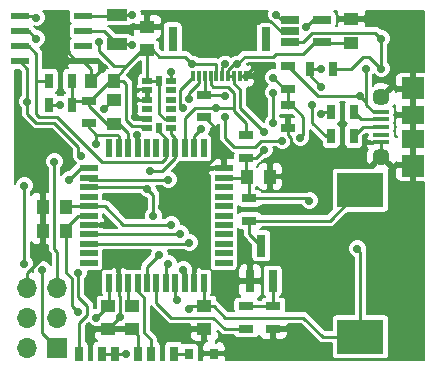
<source format=gbr>
G04 #@! TF.FileFunction,Copper,L2,Bot,Signal*
%FSLAX46Y46*%
G04 Gerber Fmt 4.6, Leading zero omitted, Abs format (unit mm)*
G04 Created by KiCad (PCBNEW 4.0.5) date 08/11/17 18:39:36*
%MOMM*%
%LPD*%
G01*
G04 APERTURE LIST*
%ADD10C,0.100000*%
%ADD11R,1.500000X0.550000*%
%ADD12R,0.550000X1.500000*%
%ADD13R,0.300000X0.850000*%
%ADD14R,0.800000X2.000000*%
%ADD15R,1.700000X1.700000*%
%ADD16O,1.700000X1.700000*%
%ADD17R,0.800000X1.900000*%
%ADD18R,1.560000X0.650000*%
%ADD19R,1.550000X0.600000*%
%ADD20R,1.800000X1.000000*%
%ADD21R,1.350000X0.400000*%
%ADD22C,1.450000*%
%ADD23R,1.900000X1.500000*%
%ADD24R,1.900000X1.900000*%
%ADD25R,0.813000X0.500000*%
%ADD26R,0.500000X0.813000*%
%ADD27R,4.000000X2.900000*%
%ADD28R,1.250000X1.000000*%
%ADD29R,1.000000X1.250000*%
%ADD30R,0.700000X1.300000*%
%ADD31R,1.300000X0.700000*%
%ADD32R,0.800000X0.900000*%
%ADD33C,0.700000*%
%ADD34C,0.250000*%
%ADD35C,0.175000*%
G04 APERTURE END LIST*
D10*
D11*
X135016000Y-71310000D03*
X135016000Y-70510000D03*
X135016000Y-69710000D03*
X135016000Y-68910000D03*
X135016000Y-68110000D03*
X135016000Y-67310000D03*
X135016000Y-66510000D03*
X135016000Y-65710000D03*
X135016000Y-64910000D03*
X135016000Y-64110000D03*
X135016000Y-63310000D03*
D12*
X136716000Y-61610000D03*
X137516000Y-61610000D03*
X138316000Y-61610000D03*
X139116000Y-61610000D03*
X139916000Y-61610000D03*
X140716000Y-61610000D03*
X141516000Y-61610000D03*
X142316000Y-61610000D03*
X143116000Y-61610000D03*
X143916000Y-61610000D03*
X144716000Y-61610000D03*
D11*
X146416000Y-63310000D03*
X146416000Y-64110000D03*
X146416000Y-64910000D03*
X146416000Y-65710000D03*
X146416000Y-66510000D03*
X146416000Y-67310000D03*
X146416000Y-68110000D03*
X146416000Y-68910000D03*
X146416000Y-69710000D03*
X146416000Y-70510000D03*
X146416000Y-71310000D03*
D12*
X144716000Y-73010000D03*
X143916000Y-73010000D03*
X143116000Y-73010000D03*
X142316000Y-73010000D03*
X141516000Y-73010000D03*
X140716000Y-73010000D03*
X139916000Y-73010000D03*
X139116000Y-73010000D03*
X138316000Y-73010000D03*
X137516000Y-73010000D03*
X136716000Y-73010000D03*
D13*
X143800000Y-55499000D03*
X144300000Y-55499000D03*
X144800000Y-55499000D03*
X145300000Y-55499000D03*
X145800000Y-55499000D03*
X146300000Y-55499000D03*
X146800000Y-55499000D03*
X147300000Y-55499000D03*
X147800000Y-55499000D03*
X148300000Y-55499000D03*
D14*
X142100000Y-52324000D03*
X150000000Y-52324000D03*
D15*
X132334000Y-78486000D03*
D16*
X129794000Y-78486000D03*
X132334000Y-75946000D03*
X129794000Y-75946000D03*
X132334000Y-73406000D03*
X129794000Y-73406000D03*
D17*
X150556000Y-72874000D03*
X148656000Y-72874000D03*
X149606000Y-69874000D03*
D18*
X152066000Y-52639000D03*
X152066000Y-51689000D03*
X152066000Y-50739000D03*
X154766000Y-50739000D03*
X154766000Y-52639000D03*
D19*
X134526000Y-50419000D03*
X134526000Y-51689000D03*
X134526000Y-52959000D03*
X134526000Y-54229000D03*
X129126000Y-54229000D03*
X129126000Y-52959000D03*
X129126000Y-51689000D03*
X129126000Y-50419000D03*
D20*
X137414000Y-50312000D03*
X137414000Y-52812000D03*
D21*
X159766000Y-58517000D03*
X159766000Y-59167000D03*
X159766000Y-59817000D03*
X159766000Y-60467000D03*
X159766000Y-61117000D03*
D22*
X159766000Y-62317000D03*
X159766000Y-57317000D03*
D23*
X162466000Y-60817000D03*
X162466000Y-58817000D03*
D24*
X162466000Y-63117000D03*
X162466000Y-56517000D03*
D25*
X139960000Y-59912000D03*
X139960000Y-59112000D03*
X139960000Y-58312000D03*
X139960000Y-57512000D03*
X139960000Y-56712000D03*
X139960000Y-55912000D03*
D26*
X140970000Y-55912000D03*
D25*
X141980000Y-55912000D03*
X141980000Y-56712000D03*
X141980000Y-57512000D03*
X141980000Y-58312000D03*
X141980000Y-59112000D03*
X141980000Y-59912000D03*
D26*
X140970000Y-59912000D03*
D27*
X157988000Y-77574000D03*
X157988000Y-65174000D03*
D28*
X137160000Y-59547000D03*
X137160000Y-57547000D03*
X138684000Y-74946000D03*
X138684000Y-76946000D03*
X144780000Y-74946000D03*
X144780000Y-76946000D03*
X136652000Y-74946000D03*
X136652000Y-76946000D03*
D29*
X133080000Y-66548000D03*
X131080000Y-66548000D03*
X148352000Y-64008000D03*
X150352000Y-64008000D03*
X133080000Y-68580000D03*
X131080000Y-68580000D03*
D28*
X157226000Y-52689000D03*
X157226000Y-50689000D03*
D29*
X137144000Y-55880000D03*
X135144000Y-55880000D03*
D28*
X139954000Y-53324000D03*
X139954000Y-51324000D03*
D30*
X134178000Y-78994000D03*
X136078000Y-78994000D03*
X137226000Y-78994000D03*
X139126000Y-78994000D03*
X155514000Y-58547000D03*
X157414000Y-58547000D03*
X155514000Y-60579000D03*
X157414000Y-60579000D03*
D31*
X151892000Y-56576000D03*
X151892000Y-54676000D03*
X151892000Y-57978000D03*
X151892000Y-59878000D03*
X135001000Y-59497000D03*
X135001000Y-57597000D03*
D30*
X155636000Y-54864000D03*
X153736000Y-54864000D03*
X133538000Y-55880000D03*
X131638000Y-55880000D03*
X133538000Y-57912000D03*
X131638000Y-57912000D03*
D31*
X144780000Y-57089000D03*
X144780000Y-58989000D03*
X148336000Y-62418000D03*
X148336000Y-60518000D03*
X148336000Y-74996000D03*
X148336000Y-76896000D03*
X150622000Y-74996000D03*
X150622000Y-76896000D03*
X148590000Y-65852000D03*
X148590000Y-67752000D03*
D32*
X145576000Y-78994000D03*
X143476000Y-78994000D03*
D30*
X140274000Y-78994000D03*
X142174000Y-78994000D03*
D33*
X136271000Y-58267600D03*
X141224000Y-66548000D03*
X139446000Y-66802000D03*
X137922000Y-66802000D03*
X136652000Y-68072000D03*
X137668000Y-75930000D03*
X141224000Y-76200000D03*
X144780000Y-65278000D03*
X131064000Y-62484000D03*
X136144000Y-54864000D03*
X139065000Y-60452000D03*
X138938000Y-58928000D03*
X149098000Y-54610000D03*
X149352000Y-50800000D03*
X133096000Y-53340000D03*
X161544000Y-52324000D03*
X134112000Y-72136000D03*
X159766000Y-52324000D03*
X159766000Y-54864000D03*
X134112000Y-75438000D03*
X157734000Y-70104000D03*
X153670000Y-66040000D03*
X149860000Y-60198000D03*
X149860000Y-61722000D03*
X135890000Y-52578000D03*
X143510000Y-75184000D03*
X135636000Y-75946000D03*
X130556000Y-50546000D03*
X147574000Y-54483000D03*
X146558000Y-54483000D03*
X143764000Y-54483000D03*
X157988000Y-57150000D03*
X141986000Y-68072000D03*
X158496000Y-54864000D03*
X138684000Y-50292000D03*
X138684000Y-52832000D03*
X140462000Y-67310000D03*
X139954000Y-65024000D03*
X143002000Y-58166000D03*
X141732000Y-64262000D03*
X143510000Y-57404000D03*
X146558000Y-58928000D03*
X141732000Y-71374000D03*
X151384000Y-60960000D03*
X146558000Y-57150000D03*
X145796000Y-58166000D03*
X130556000Y-52324000D03*
X129540000Y-71374000D03*
X129540000Y-64770000D03*
X133350000Y-64262000D03*
X131064000Y-71882000D03*
X135636000Y-61214000D03*
X132080000Y-62738000D03*
X142494000Y-74422000D03*
X138176000Y-78994000D03*
X154686000Y-58674000D03*
X143510000Y-69596000D03*
X142748000Y-68834000D03*
X153924000Y-57912000D03*
X150876000Y-50292000D03*
X150622000Y-55626000D03*
X143002000Y-71882000D03*
X152908000Y-60706000D03*
X129794000Y-57658000D03*
X132588000Y-57912000D03*
X134366000Y-62230000D03*
X140208000Y-63500000D03*
X141986000Y-55118000D03*
X144526000Y-59944000D03*
X140970000Y-70612000D03*
X150622000Y-59436000D03*
X150622000Y-56896000D03*
X154686000Y-56388000D03*
X154686000Y-54864000D03*
X153416000Y-51308000D03*
D34*
X152146000Y-61214000D02*
X152146000Y-63754000D01*
X152146000Y-63754000D02*
X151892000Y-64008000D01*
X136271000Y-58267600D02*
X136991600Y-57547000D01*
X136991600Y-57547000D02*
X137160000Y-57547000D01*
X137160000Y-57531000D02*
X137160000Y-57420000D01*
X136945880Y-57420000D02*
X137160000Y-57420000D01*
X137160000Y-57480200D02*
X137160000Y-57420000D01*
X137160000Y-57454800D02*
X137160000Y-57420000D01*
X137160000Y-57480200D02*
X137160000Y-57420000D01*
X137160000Y-57531000D02*
X137160000Y-57420000D01*
X137144000Y-57420000D02*
X137160000Y-57420000D01*
X129794000Y-73406000D02*
X129794000Y-72136000D01*
X131064000Y-70866000D02*
X131064000Y-69342000D01*
X129794000Y-72136000D02*
X131064000Y-70866000D01*
X131064000Y-69342000D02*
X131064000Y-68596000D01*
X131064000Y-68596000D02*
X131080000Y-68580000D01*
X142494000Y-65278000D02*
X144780000Y-65278000D01*
X141224000Y-66548000D02*
X142494000Y-65278000D01*
X137922000Y-66802000D02*
X139446000Y-66802000D01*
X135016000Y-68110000D02*
X136614000Y-68110000D01*
X136614000Y-68110000D02*
X136652000Y-68072000D01*
X144780000Y-76946000D02*
X141970000Y-76946000D01*
X141224000Y-76200000D02*
X141970000Y-76946000D01*
X145796000Y-61214000D02*
X145796000Y-62230000D01*
X145796000Y-62230000D02*
X144780000Y-63246000D01*
X144780000Y-63246000D02*
X144780000Y-65278000D01*
X147800000Y-55499000D02*
X148300000Y-55499000D01*
X159766000Y-62317000D02*
X159766000Y-61117000D01*
X144780000Y-58989000D02*
X144841000Y-58989000D01*
X144841000Y-58989000D02*
X145796000Y-59944000D01*
X145796000Y-59944000D02*
X145796000Y-61214000D01*
X145796000Y-61214000D02*
X146416000Y-61834000D01*
X146416000Y-61834000D02*
X146416000Y-63310000D01*
X135144000Y-55880000D02*
X135144000Y-55864000D01*
X135144000Y-55864000D02*
X136144000Y-54864000D01*
X131080000Y-62500000D02*
X131080000Y-66548000D01*
X131064000Y-62484000D02*
X131080000Y-62500000D01*
X134526000Y-54229000D02*
X134526000Y-54262000D01*
X134526000Y-54262000D02*
X135144000Y-54880000D01*
X135144000Y-54880000D02*
X135144000Y-55880000D01*
X137516000Y-73010000D02*
X137516000Y-74016000D01*
X137516000Y-74016000D02*
X137668000Y-74168000D01*
X137668000Y-74168000D02*
X137668000Y-75930000D01*
X137668000Y-75930000D02*
X136652000Y-76946000D01*
X139126000Y-78994000D02*
X139126000Y-77388000D01*
X139126000Y-77388000D02*
X138684000Y-76946000D01*
X139116000Y-61610000D02*
X139116000Y-60503000D01*
X139116000Y-60503000D02*
X139065000Y-60452000D01*
X137144000Y-57420000D02*
X137160000Y-57420000D01*
X139960000Y-56712000D02*
X139960000Y-57512000D01*
X139960000Y-57512000D02*
X139084000Y-57512000D01*
X139084000Y-57512000D02*
X138938000Y-57658000D01*
X138938000Y-57658000D02*
X138938000Y-58928000D01*
X139122000Y-59112000D02*
X139960000Y-59112000D01*
X138938000Y-58928000D02*
X139122000Y-59112000D01*
X134526000Y-54229000D02*
X134526000Y-54246000D01*
X131080000Y-66548000D02*
X131080000Y-68580000D01*
X151892000Y-59878000D02*
X151892000Y-60452000D01*
X151892000Y-64008000D02*
X150352000Y-64008000D01*
X152146000Y-60706000D02*
X152146000Y-61214000D01*
X151892000Y-60452000D02*
X152146000Y-60706000D01*
X148300000Y-55499000D02*
X148300000Y-55408000D01*
X148300000Y-55408000D02*
X149098000Y-54610000D01*
X152066000Y-51689000D02*
X151257000Y-51689000D01*
X150368000Y-50800000D02*
X149352000Y-50800000D01*
X151257000Y-51689000D02*
X150368000Y-50800000D01*
X134526000Y-54229000D02*
X133985000Y-54229000D01*
X133985000Y-54229000D02*
X133096000Y-53340000D01*
X157226000Y-50689000D02*
X159909000Y-50689000D01*
X159909000Y-50689000D02*
X161544000Y-52324000D01*
X131080000Y-68580000D02*
X131080000Y-68564000D01*
X134178000Y-78994000D02*
X134178000Y-76388000D01*
X134178000Y-76388000D02*
X134874000Y-75692000D01*
X134112000Y-74168000D02*
X134112000Y-72136000D01*
X134874000Y-74930000D02*
X134112000Y-74168000D01*
X134874000Y-75692000D02*
X134874000Y-74930000D01*
X159766000Y-54864000D02*
X158750000Y-53848000D01*
X157226000Y-54864000D02*
X155636000Y-54864000D01*
X158242000Y-53848000D02*
X157226000Y-54864000D01*
X158750000Y-53848000D02*
X158242000Y-53848000D01*
X152066000Y-52639000D02*
X153101000Y-52639000D01*
X159258000Y-51816000D02*
X159766000Y-52324000D01*
X153924000Y-51816000D02*
X159258000Y-51816000D01*
X153101000Y-52639000D02*
X153924000Y-51816000D01*
X159766000Y-54864000D02*
X159766000Y-52324000D01*
X137160000Y-59547000D02*
X136534400Y-59547000D01*
X135001000Y-58013600D02*
X135001000Y-57597000D01*
X136534400Y-59547000D02*
X135001000Y-58013600D01*
X137160000Y-59547000D02*
X137525000Y-59547000D01*
X137525000Y-59547000D02*
X138316000Y-60338000D01*
X138316000Y-60338000D02*
X138316000Y-61610000D01*
X135001000Y-57597000D02*
X135062000Y-57597000D01*
X135062000Y-57597000D02*
X136779000Y-55880000D01*
X136779000Y-55880000D02*
X137144000Y-55880000D01*
X135001000Y-57597000D02*
X133853000Y-57597000D01*
X133853000Y-57597000D02*
X133538000Y-57912000D01*
X133604000Y-74930000D02*
X133604000Y-72644000D01*
X134112000Y-75438000D02*
X133604000Y-74930000D01*
X133080000Y-72120000D02*
X133080000Y-68580000D01*
X133604000Y-72644000D02*
X133080000Y-72120000D01*
X148590000Y-65852000D02*
X153482000Y-65852000D01*
X157988000Y-70358000D02*
X157988000Y-77574000D01*
X157734000Y-70104000D02*
X157988000Y-70358000D01*
X153482000Y-65852000D02*
X153670000Y-66040000D01*
X148336000Y-62418000D02*
X149164000Y-62418000D01*
X147300000Y-56114000D02*
X147300000Y-55499000D01*
X147828000Y-56642000D02*
X147300000Y-56114000D01*
X147828000Y-58166000D02*
X147828000Y-56642000D01*
X149860000Y-60198000D02*
X147828000Y-58166000D01*
X149164000Y-62418000D02*
X149860000Y-61722000D01*
X133726000Y-57724000D02*
X133538000Y-57912000D01*
X133538000Y-57912000D02*
X133538000Y-55880000D01*
X139960000Y-59912000D02*
X139541998Y-59912000D01*
X137922000Y-55880000D02*
X137144000Y-55880000D01*
X138176000Y-56134000D02*
X137922000Y-55880000D01*
X138176000Y-59182000D02*
X138176000Y-56134000D01*
X138684000Y-59690000D02*
X138176000Y-59182000D01*
X139319998Y-59690000D02*
X138684000Y-59690000D01*
X139541998Y-59912000D02*
X139319998Y-59690000D01*
X147300000Y-55499000D02*
X146800000Y-55499000D01*
X148336000Y-62418000D02*
X148336000Y-63992000D01*
X148336000Y-63992000D02*
X148352000Y-64008000D01*
X135128000Y-57724000D02*
X135464000Y-57724000D01*
X137144000Y-55880000D02*
X136972000Y-55880000D01*
X138176000Y-54610000D02*
X137160000Y-54610000D01*
X135890000Y-53340000D02*
X135890000Y-52578000D01*
X137160000Y-54610000D02*
X135890000Y-53340000D01*
X144780000Y-74946000D02*
X143748000Y-74946000D01*
X143748000Y-74946000D02*
X143510000Y-75184000D01*
X135636000Y-75946000D02*
X136636000Y-74946000D01*
X136636000Y-74946000D02*
X136652000Y-74946000D01*
X139954000Y-53324000D02*
X139462000Y-53324000D01*
X139462000Y-53324000D02*
X138176000Y-54610000D01*
X138176000Y-54610000D02*
X138160000Y-54626000D01*
X138160000Y-54626000D02*
X137144000Y-55880000D01*
X144780000Y-74946000D02*
X145558000Y-74946000D01*
X145558000Y-74946000D02*
X146558000Y-75946000D01*
X146558000Y-75946000D02*
X153162000Y-75946000D01*
X153162000Y-75946000D02*
X154790000Y-77574000D01*
X154790000Y-77574000D02*
X157988000Y-77574000D01*
X148590000Y-65852000D02*
X148590000Y-64246000D01*
X148590000Y-64246000D02*
X148352000Y-64008000D01*
X154766000Y-52639000D02*
X154117000Y-52639000D01*
X154117000Y-52639000D02*
X153162000Y-53594000D01*
X148209000Y-53848000D02*
X147574000Y-54483000D01*
X150622000Y-53848000D02*
X148209000Y-53848000D01*
X150876000Y-53594000D02*
X150622000Y-53848000D01*
X153162000Y-53594000D02*
X150876000Y-53594000D01*
X139954000Y-53324000D02*
X140446000Y-53324000D01*
X140446000Y-53324000D02*
X140970000Y-53848000D01*
X143129000Y-53848000D02*
X143764000Y-54483000D01*
X140970000Y-53848000D02*
X143129000Y-53848000D01*
X157226000Y-52689000D02*
X154816000Y-52689000D01*
X154816000Y-52689000D02*
X154766000Y-52639000D01*
X129126000Y-50419000D02*
X130429000Y-50419000D01*
X130429000Y-50419000D02*
X130556000Y-50546000D01*
X141980000Y-59112000D02*
X141408000Y-59112000D01*
X140970000Y-58674000D02*
X140970000Y-55912000D01*
X141408000Y-59112000D02*
X140970000Y-58674000D01*
X140970000Y-55912000D02*
X139960000Y-55912000D01*
X139960000Y-55912000D02*
X139960000Y-53330000D01*
X139960000Y-53330000D02*
X139954000Y-53324000D01*
X146800000Y-55499000D02*
X146800000Y-55003000D01*
X147320000Y-54483000D02*
X147574000Y-54483000D01*
X146800000Y-55003000D02*
X147320000Y-54483000D01*
X146300000Y-55499000D02*
X146300000Y-54741000D01*
X146300000Y-54741000D02*
X146558000Y-54483000D01*
X145800000Y-55499000D02*
X145800000Y-54487000D01*
X145796000Y-54483000D02*
X143764000Y-54483000D01*
X145800000Y-54487000D02*
X145796000Y-54483000D01*
X137160000Y-59420000D02*
X137078000Y-59420000D01*
X135016000Y-67310000D02*
X134112000Y-67310000D01*
X134112000Y-67310000D02*
X133080000Y-68342000D01*
X133080000Y-68342000D02*
X133080000Y-68580000D01*
X136716000Y-73010000D02*
X136716000Y-74882000D01*
X136716000Y-74882000D02*
X136652000Y-74946000D01*
X146416000Y-64110000D02*
X148250000Y-64110000D01*
X148250000Y-64110000D02*
X148352000Y-64008000D01*
X144716000Y-73010000D02*
X144716000Y-74882000D01*
X144716000Y-74882000D02*
X144780000Y-74946000D01*
X148590000Y-67752000D02*
X148590000Y-68858000D01*
X148590000Y-68858000D02*
X149606000Y-69874000D01*
X148590000Y-67752000D02*
X155410000Y-67752000D01*
X155410000Y-67752000D02*
X157988000Y-65174000D01*
X141986000Y-68072000D02*
X137922000Y-68072000D01*
X136360000Y-66510000D02*
X135016000Y-66510000D01*
X137922000Y-68072000D02*
X136360000Y-66510000D01*
X157988000Y-57150000D02*
X154366000Y-57150000D01*
X154366000Y-57150000D02*
X151892000Y-54676000D01*
X158496000Y-57658000D02*
X158496000Y-57912000D01*
X157988000Y-57150000D02*
X158496000Y-57658000D01*
X158496000Y-57912000D02*
X159101000Y-58517000D01*
X159101000Y-58517000D02*
X159766000Y-58517000D01*
X159766000Y-58517000D02*
X159101000Y-58517000D01*
X159101000Y-58517000D02*
X158496000Y-57912000D01*
X158496000Y-57912000D02*
X158496000Y-56896000D01*
X158496000Y-56896000D02*
X158496000Y-54864000D01*
X135016000Y-66510000D02*
X133118000Y-66510000D01*
X133118000Y-66510000D02*
X133080000Y-66548000D01*
X138316000Y-73010000D02*
X138316000Y-74578000D01*
X138316000Y-74578000D02*
X138684000Y-74946000D01*
X137414000Y-50312000D02*
X138664000Y-50312000D01*
X138664000Y-50312000D02*
X138684000Y-50292000D01*
X134526000Y-50419000D02*
X137307000Y-50419000D01*
X137307000Y-50419000D02*
X137414000Y-50312000D01*
X137414000Y-52812000D02*
X138664000Y-52812000D01*
X138664000Y-52812000D02*
X138684000Y-52832000D01*
X134526000Y-51689000D02*
X136291000Y-51689000D01*
X136291000Y-51689000D02*
X137414000Y-52812000D01*
X139954000Y-65024000D02*
X140462000Y-65532000D01*
X140462000Y-65532000D02*
X140462000Y-67310000D01*
X139840000Y-64910000D02*
X135016000Y-64910000D01*
X139954000Y-65024000D02*
X139840000Y-64910000D01*
X143800000Y-55499000D02*
X143800000Y-55590000D01*
X143800000Y-55590000D02*
X142748000Y-56642000D01*
X142748000Y-57912000D02*
X143002000Y-58166000D01*
X142748000Y-56642000D02*
X142748000Y-57912000D01*
X141732000Y-64262000D02*
X135168000Y-64262000D01*
X135168000Y-64262000D02*
X135016000Y-64110000D01*
X144300000Y-55499000D02*
X144300000Y-56106000D01*
X141580000Y-64262000D02*
X135016000Y-64262000D01*
X141478000Y-64262000D02*
X141580000Y-64262000D01*
X141732000Y-64262000D02*
X141478000Y-64262000D01*
X143510000Y-56896000D02*
X143510000Y-57404000D01*
X144300000Y-56106000D02*
X143510000Y-56896000D01*
X151384000Y-60960000D02*
X149606000Y-60960000D01*
X146558000Y-60706000D02*
X146558000Y-58928000D01*
X147320000Y-61468000D02*
X146558000Y-60706000D01*
X149098000Y-61468000D02*
X147320000Y-61468000D01*
X149606000Y-60960000D02*
X149098000Y-61468000D01*
X144780000Y-57089000D02*
X146497000Y-57089000D01*
X141516000Y-71590000D02*
X141732000Y-71374000D01*
X141516000Y-71590000D02*
X141516000Y-73010000D01*
X146497000Y-57089000D02*
X146558000Y-57150000D01*
X144800000Y-55499000D02*
X144800000Y-57069000D01*
X144800000Y-57069000D02*
X144780000Y-57089000D01*
X147320000Y-58166000D02*
X147320000Y-58420000D01*
X148336000Y-59436000D02*
X148336000Y-60518000D01*
X147320000Y-58420000D02*
X148336000Y-59436000D01*
X145796000Y-58166000D02*
X147320000Y-58166000D01*
X147320000Y-58166000D02*
X147320000Y-56896000D01*
X145300000Y-56146000D02*
X145542000Y-56388000D01*
X145542000Y-56388000D02*
X146812000Y-56388000D01*
X146812000Y-56388000D02*
X147320000Y-56896000D01*
X145300000Y-55499000D02*
X145300000Y-56146000D01*
X129126000Y-51689000D02*
X129921000Y-51689000D01*
X130556000Y-52324000D02*
X129921000Y-51689000D01*
X143116000Y-61610000D02*
X143116000Y-59068000D01*
X144018000Y-58166000D02*
X145796000Y-58166000D01*
X143116000Y-59068000D02*
X144018000Y-58166000D01*
X159766000Y-59167000D02*
X158034000Y-59167000D01*
X158034000Y-59167000D02*
X157414000Y-58547000D01*
X159766000Y-59817000D02*
X158176000Y-59817000D01*
X158176000Y-59817000D02*
X157414000Y-60579000D01*
X129540000Y-71374000D02*
X129540000Y-64770000D01*
X134302000Y-63310000D02*
X133350000Y-64262000D01*
X132334000Y-78486000D02*
X131064000Y-77216000D01*
X131064000Y-77216000D02*
X131064000Y-71882000D01*
X135016000Y-63310000D02*
X134302000Y-63310000D01*
X132080000Y-78486000D02*
X132334000Y-78486000D01*
X135001000Y-59497000D02*
X135001000Y-59817000D01*
X135001000Y-59817000D02*
X135636000Y-60452000D01*
X135636000Y-60452000D02*
X135636000Y-60579000D01*
X132334000Y-73406000D02*
X132334000Y-70358000D01*
X135636000Y-61214000D02*
X135636000Y-60579000D01*
X135636000Y-60579000D02*
X135636000Y-60452000D01*
X132080000Y-70104000D02*
X132080000Y-62738000D01*
X132334000Y-70358000D02*
X132080000Y-70104000D01*
X137516000Y-61610000D02*
X137516000Y-60554000D01*
X137414000Y-60452000D02*
X135636000Y-60452000D01*
X137516000Y-60554000D02*
X137414000Y-60452000D01*
X135316000Y-59624000D02*
X135128000Y-59624000D01*
X150556000Y-72874000D02*
X150556000Y-74930000D01*
X150556000Y-74930000D02*
X150622000Y-74996000D01*
X148336000Y-74996000D02*
X150622000Y-74996000D01*
X137226000Y-78994000D02*
X138176000Y-78994000D01*
X142316000Y-74244000D02*
X142316000Y-73010000D01*
X142494000Y-74422000D02*
X142316000Y-74244000D01*
X136078000Y-78994000D02*
X137226000Y-78994000D01*
X135016000Y-69710000D02*
X143396000Y-69710000D01*
X154813000Y-58547000D02*
X155514000Y-58547000D01*
X154686000Y-58674000D02*
X154813000Y-58547000D01*
X143396000Y-69710000D02*
X143510000Y-69596000D01*
X155514000Y-60579000D02*
X155067000Y-60579000D01*
X142672000Y-68910000D02*
X135016000Y-68910000D01*
X142748000Y-68834000D02*
X142672000Y-68910000D01*
X153924000Y-59436000D02*
X153924000Y-57912000D01*
X155067000Y-60579000D02*
X153924000Y-59436000D01*
X152066000Y-50739000D02*
X151323000Y-50739000D01*
X151323000Y-50739000D02*
X150876000Y-50292000D01*
X150622000Y-55626000D02*
X151572000Y-56576000D01*
X151572000Y-56576000D02*
X151892000Y-56576000D01*
X151892000Y-57978000D02*
X152212000Y-57978000D01*
X152212000Y-57978000D02*
X153162000Y-58928000D01*
X143116000Y-71996000D02*
X143116000Y-73010000D01*
X143002000Y-71882000D02*
X143116000Y-71996000D01*
X153162000Y-60452000D02*
X152908000Y-60706000D01*
X153162000Y-58928000D02*
X153162000Y-60452000D01*
X151892000Y-58166000D02*
X151892000Y-57978000D01*
X151892000Y-57978000D02*
X151892000Y-56576000D01*
X151892000Y-56388000D02*
X151892000Y-56576000D01*
X131638000Y-55880000D02*
X130556000Y-55880000D01*
X141516000Y-61610000D02*
X141516000Y-62446000D01*
X141516000Y-62446000D02*
X141224000Y-62738000D01*
X141224000Y-62738000D02*
X136144000Y-62738000D01*
X136144000Y-62738000D02*
X132334000Y-58928000D01*
X132334000Y-58928000D02*
X130810000Y-58928000D01*
X130810000Y-58928000D02*
X130556000Y-58674000D01*
X130556000Y-58674000D02*
X130556000Y-55880000D01*
X130556000Y-55880000D02*
X130556000Y-53594000D01*
X130556000Y-53594000D02*
X129921000Y-52959000D01*
X129921000Y-52959000D02*
X129126000Y-52959000D01*
X141516000Y-61610000D02*
X141516000Y-60744000D01*
X141516000Y-60744000D02*
X140970000Y-60198000D01*
X140970000Y-60198000D02*
X140970000Y-59912000D01*
X131638000Y-57912000D02*
X132588000Y-57912000D01*
X129794000Y-57658000D02*
X129794000Y-57404000D01*
X142316000Y-61610000D02*
X142316000Y-62408000D01*
X129794000Y-54897000D02*
X129126000Y-54229000D01*
X129794000Y-58674000D02*
X129794000Y-57404000D01*
X129794000Y-57404000D02*
X129794000Y-54897000D01*
X134112000Y-61468000D02*
X132080000Y-59436000D01*
X132080000Y-59436000D02*
X130556000Y-59436000D01*
X130556000Y-59436000D02*
X129794000Y-58674000D01*
X134112000Y-61976000D02*
X134112000Y-61468000D01*
X134366000Y-62230000D02*
X134112000Y-61976000D01*
X141224000Y-63500000D02*
X140208000Y-63500000D01*
X142316000Y-62408000D02*
X141224000Y-63500000D01*
X142316000Y-61610000D02*
X142316000Y-60782000D01*
X141980000Y-60446000D02*
X141980000Y-59912000D01*
X142316000Y-60782000D02*
X141980000Y-60446000D01*
X148336000Y-76896000D02*
X146492000Y-76896000D01*
X140716000Y-74676000D02*
X140716000Y-73010000D01*
X141986000Y-75946000D02*
X140716000Y-74676000D01*
X145542000Y-75946000D02*
X141986000Y-75946000D01*
X146492000Y-76896000D02*
X145542000Y-75946000D01*
X141980000Y-55912000D02*
X141980000Y-55124000D01*
X141980000Y-55124000D02*
X141986000Y-55118000D01*
X143916000Y-60554000D02*
X143916000Y-61610000D01*
X144526000Y-59944000D02*
X143916000Y-60554000D01*
X153736000Y-54864000D02*
X153736000Y-55438000D01*
X153736000Y-55438000D02*
X154686000Y-56388000D01*
X139916000Y-71666000D02*
X139916000Y-73010000D01*
X140970000Y-70612000D02*
X139916000Y-71666000D01*
X140970000Y-70612000D02*
X140970000Y-70612000D01*
X150622000Y-56896000D02*
X150622000Y-59436000D01*
X154766000Y-50739000D02*
X153985000Y-50739000D01*
X154686000Y-54864000D02*
X153736000Y-54864000D01*
X153985000Y-50739000D02*
X153416000Y-51308000D01*
X139116000Y-73010000D02*
X139116000Y-73711000D01*
X139116000Y-73711000D02*
X139700000Y-74295000D01*
X139700000Y-74295000D02*
X139700000Y-77216000D01*
X139700000Y-77216000D02*
X140274000Y-77790000D01*
X140274000Y-77790000D02*
X140274000Y-78994000D01*
X139116000Y-73711000D02*
X139700000Y-74295000D01*
X140274000Y-78994000D02*
X140274000Y-77790000D01*
X139700000Y-77216000D02*
X139700000Y-74295000D01*
X140274000Y-77790000D02*
X139700000Y-77216000D01*
X139700000Y-74295000D02*
X139116000Y-73711000D01*
X142174000Y-78994000D02*
X143476000Y-78994000D01*
D35*
G36*
X135189335Y-76613221D02*
X135478669Y-76733363D01*
X135534286Y-76733411D01*
X135580375Y-76779500D01*
X136485500Y-76779500D01*
X136485500Y-76759500D01*
X136818500Y-76759500D01*
X136818500Y-76779500D01*
X138517500Y-76779500D01*
X138517500Y-76759500D01*
X138850500Y-76759500D01*
X138850500Y-76779500D01*
X138870500Y-76779500D01*
X138870500Y-77112500D01*
X138850500Y-77112500D01*
X138850500Y-77132500D01*
X138517500Y-77132500D01*
X138517500Y-77112500D01*
X136818500Y-77112500D01*
X136818500Y-77132500D01*
X136485500Y-77132500D01*
X136485500Y-77112500D01*
X135580375Y-77112500D01*
X135431500Y-77261375D01*
X135431500Y-77564452D01*
X135522159Y-77783323D01*
X135651213Y-77912377D01*
X135565872Y-77928435D01*
X135416968Y-78024253D01*
X135317073Y-78170453D01*
X135281929Y-78344000D01*
X135281929Y-79522500D01*
X134974071Y-79522500D01*
X134974071Y-78344000D01*
X134943565Y-78181872D01*
X134847747Y-78032968D01*
X134740500Y-77959689D01*
X134740500Y-76620996D01*
X134968997Y-76392498D01*
X135189335Y-76613221D01*
X135189335Y-76613221D01*
G37*
X135189335Y-76613221D02*
X135478669Y-76733363D01*
X135534286Y-76733411D01*
X135580375Y-76779500D01*
X136485500Y-76779500D01*
X136485500Y-76759500D01*
X136818500Y-76759500D01*
X136818500Y-76779500D01*
X138517500Y-76779500D01*
X138517500Y-76759500D01*
X138850500Y-76759500D01*
X138850500Y-76779500D01*
X138870500Y-76779500D01*
X138870500Y-77112500D01*
X138850500Y-77112500D01*
X138850500Y-77132500D01*
X138517500Y-77132500D01*
X138517500Y-77112500D01*
X136818500Y-77112500D01*
X136818500Y-77132500D01*
X136485500Y-77132500D01*
X136485500Y-77112500D01*
X135580375Y-77112500D01*
X135431500Y-77261375D01*
X135431500Y-77564452D01*
X135522159Y-77783323D01*
X135651213Y-77912377D01*
X135565872Y-77928435D01*
X135416968Y-78024253D01*
X135317073Y-78170453D01*
X135281929Y-78344000D01*
X135281929Y-79522500D01*
X134974071Y-79522500D01*
X134974071Y-78344000D01*
X134943565Y-78181872D01*
X134847747Y-78032968D01*
X134740500Y-77959689D01*
X134740500Y-76620996D01*
X134968997Y-76392498D01*
X135189335Y-76613221D01*
G36*
X156005500Y-50070548D02*
X156005500Y-50373625D01*
X156154375Y-50522500D01*
X157059500Y-50522500D01*
X157059500Y-50502500D01*
X157392500Y-50502500D01*
X157392500Y-50522500D01*
X158297625Y-50522500D01*
X158446500Y-50373625D01*
X158446500Y-50070548D01*
X158424527Y-50017500D01*
X163342500Y-50017500D01*
X163342500Y-55121500D01*
X162781375Y-55121500D01*
X162632500Y-55270375D01*
X162632500Y-56450500D01*
X162652500Y-56450500D01*
X162652500Y-56783500D01*
X162632500Y-56783500D01*
X162632500Y-58650500D01*
X162652500Y-58650500D01*
X162652500Y-58983500D01*
X162632500Y-58983500D01*
X162632500Y-60650500D01*
X162652500Y-60650500D01*
X162652500Y-60983500D01*
X162632500Y-60983500D01*
X162632500Y-62850500D01*
X162652500Y-62850500D01*
X162652500Y-63183500D01*
X162632500Y-63183500D01*
X162632500Y-64363625D01*
X162781375Y-64512500D01*
X163342500Y-64512500D01*
X163342500Y-79522500D01*
X146571500Y-79522500D01*
X146571500Y-79309375D01*
X146422625Y-79160500D01*
X145742500Y-79160500D01*
X145742500Y-79180500D01*
X145409500Y-79180500D01*
X145409500Y-79160500D01*
X144729375Y-79160500D01*
X144580500Y-79309375D01*
X144580500Y-79522500D01*
X144306174Y-79522500D01*
X144322071Y-79444000D01*
X144322071Y-78544000D01*
X144291565Y-78381872D01*
X144195747Y-78232968D01*
X144049547Y-78133073D01*
X143876000Y-78097929D01*
X143076000Y-78097929D01*
X142913872Y-78128435D01*
X142907724Y-78132391D01*
X142843747Y-78032968D01*
X142697547Y-77933073D01*
X142524000Y-77897929D01*
X141824000Y-77897929D01*
X141661872Y-77928435D01*
X141512968Y-78024253D01*
X141413073Y-78170453D01*
X141377929Y-78344000D01*
X141377929Y-79522500D01*
X141070071Y-79522500D01*
X141070071Y-78344000D01*
X141039565Y-78181872D01*
X140943747Y-78032968D01*
X140836500Y-77959689D01*
X140836500Y-77790005D01*
X140836501Y-77790000D01*
X140793682Y-77574741D01*
X140718654Y-77462453D01*
X140671748Y-77392252D01*
X140671745Y-77392250D01*
X140540871Y-77261375D01*
X143559500Y-77261375D01*
X143559500Y-77564452D01*
X143650159Y-77783323D01*
X143817676Y-77950840D01*
X144036547Y-78041500D01*
X144464625Y-78041500D01*
X144613500Y-77892625D01*
X144613500Y-77112500D01*
X143708375Y-77112500D01*
X143559500Y-77261375D01*
X140540871Y-77261375D01*
X140262500Y-76983004D01*
X140262500Y-74990309D01*
X140318252Y-75073748D01*
X141588250Y-76343745D01*
X141588252Y-76343748D01*
X141697646Y-76416842D01*
X141770740Y-76465682D01*
X141986000Y-76508500D01*
X143559500Y-76508500D01*
X143559500Y-76630625D01*
X143708375Y-76779500D01*
X144613500Y-76779500D01*
X144613500Y-76759500D01*
X144946500Y-76759500D01*
X144946500Y-76779500D01*
X144966500Y-76779500D01*
X144966500Y-77112500D01*
X144946500Y-77112500D01*
X144946500Y-77892625D01*
X145018535Y-77964660D01*
X144838677Y-78039159D01*
X144671160Y-78206676D01*
X144580500Y-78425547D01*
X144580500Y-78678625D01*
X144729375Y-78827500D01*
X145409500Y-78827500D01*
X145409500Y-78807500D01*
X145742500Y-78807500D01*
X145742500Y-78827500D01*
X146422625Y-78827500D01*
X146571500Y-78678625D01*
X146571500Y-78425547D01*
X146480840Y-78206676D01*
X146313323Y-78039159D01*
X146094452Y-77948500D01*
X145891375Y-77948500D01*
X145742502Y-78097373D01*
X145742502Y-77950662D01*
X145909841Y-77783323D01*
X146000500Y-77564452D01*
X146000500Y-77261375D01*
X145851627Y-77112502D01*
X145913007Y-77112502D01*
X146094250Y-77293745D01*
X146094252Y-77293748D01*
X146241675Y-77392252D01*
X146276741Y-77415682D01*
X146492000Y-77458501D01*
X146492005Y-77458500D01*
X147302849Y-77458500D01*
X147366253Y-77557032D01*
X147512453Y-77656927D01*
X147686000Y-77692071D01*
X148986000Y-77692071D01*
X149148128Y-77661565D01*
X149297032Y-77565747D01*
X149396927Y-77419547D01*
X149397713Y-77415665D01*
X149467159Y-77583323D01*
X149634676Y-77750840D01*
X149853547Y-77841500D01*
X150306625Y-77841500D01*
X150455500Y-77692625D01*
X150455500Y-77062500D01*
X150788500Y-77062500D01*
X150788500Y-77692625D01*
X150937375Y-77841500D01*
X151390453Y-77841500D01*
X151609324Y-77750840D01*
X151776841Y-77583323D01*
X151867500Y-77364452D01*
X151867500Y-77211375D01*
X151718625Y-77062500D01*
X150788500Y-77062500D01*
X150455500Y-77062500D01*
X150435500Y-77062500D01*
X150435500Y-76729500D01*
X150455500Y-76729500D01*
X150455500Y-76709500D01*
X150788500Y-76709500D01*
X150788500Y-76729500D01*
X151718625Y-76729500D01*
X151867500Y-76580625D01*
X151867500Y-76508500D01*
X152929004Y-76508500D01*
X154392250Y-77971745D01*
X154392252Y-77971748D01*
X154566614Y-78088252D01*
X154574741Y-78093682D01*
X154790000Y-78136501D01*
X154790005Y-78136500D01*
X155541929Y-78136500D01*
X155541929Y-79024000D01*
X155572435Y-79186128D01*
X155668253Y-79335032D01*
X155814453Y-79434927D01*
X155988000Y-79470071D01*
X159988000Y-79470071D01*
X160150128Y-79439565D01*
X160299032Y-79343747D01*
X160398927Y-79197547D01*
X160434071Y-79024000D01*
X160434071Y-76124000D01*
X160403565Y-75961872D01*
X160307747Y-75812968D01*
X160161547Y-75713073D01*
X159988000Y-75677929D01*
X158550500Y-75677929D01*
X158550500Y-70358000D01*
X158521406Y-70211737D01*
X158521636Y-69948044D01*
X158401999Y-69658500D01*
X158180665Y-69436779D01*
X157891331Y-69316637D01*
X157578044Y-69316364D01*
X157288500Y-69436001D01*
X157066779Y-69657335D01*
X156946637Y-69946669D01*
X156946364Y-70259956D01*
X157066001Y-70549500D01*
X157287335Y-70771221D01*
X157425500Y-70828592D01*
X157425500Y-75677929D01*
X155988000Y-75677929D01*
X155825872Y-75708435D01*
X155676968Y-75804253D01*
X155577073Y-75950453D01*
X155541929Y-76124000D01*
X155541929Y-77011500D01*
X155022995Y-77011500D01*
X153559748Y-75548252D01*
X153377260Y-75426318D01*
X153162000Y-75383499D01*
X153161995Y-75383500D01*
X151710477Y-75383500D01*
X151718071Y-75346000D01*
X151718071Y-74646000D01*
X151687565Y-74483872D01*
X151591747Y-74334968D01*
X151445547Y-74235073D01*
X151272000Y-74199929D01*
X151179724Y-74199929D01*
X151267032Y-74143747D01*
X151366927Y-73997547D01*
X151402071Y-73824000D01*
X151402071Y-71924000D01*
X151371565Y-71761872D01*
X151275747Y-71612968D01*
X151129547Y-71513073D01*
X150956000Y-71477929D01*
X150156000Y-71477929D01*
X149993872Y-71508435D01*
X149844968Y-71604253D01*
X149745073Y-71750453D01*
X149709929Y-71924000D01*
X149709929Y-73824000D01*
X149740435Y-73986128D01*
X149836253Y-74135032D01*
X149940035Y-74205944D01*
X149809872Y-74230435D01*
X149660968Y-74326253D01*
X149587689Y-74433500D01*
X149369151Y-74433500D01*
X149321064Y-74358771D01*
X149393324Y-74328840D01*
X149560841Y-74161323D01*
X149651500Y-73942452D01*
X149651500Y-73189375D01*
X149502625Y-73040500D01*
X148822500Y-73040500D01*
X148822500Y-73060500D01*
X148489500Y-73060500D01*
X148489500Y-73040500D01*
X147809375Y-73040500D01*
X147660500Y-73189375D01*
X147660500Y-73942452D01*
X147751159Y-74161323D01*
X147789765Y-74199929D01*
X147686000Y-74199929D01*
X147523872Y-74230435D01*
X147374968Y-74326253D01*
X147275073Y-74472453D01*
X147239929Y-74646000D01*
X147239929Y-75346000D01*
X147246985Y-75383500D01*
X146790995Y-75383500D01*
X145955748Y-74548252D01*
X145851071Y-74478309D01*
X145851071Y-74446000D01*
X145820565Y-74283872D01*
X145724747Y-74134968D01*
X145578547Y-74035073D01*
X145405000Y-73999929D01*
X145356570Y-73999929D01*
X145401927Y-73933547D01*
X145437071Y-73760000D01*
X145437071Y-72260000D01*
X145406565Y-72097872D01*
X145310747Y-71948968D01*
X145164547Y-71849073D01*
X144991000Y-71813929D01*
X144587093Y-71813929D01*
X144528324Y-71755160D01*
X144309453Y-71664500D01*
X144202375Y-71664500D01*
X144053500Y-71813375D01*
X144053500Y-72052167D01*
X144030073Y-72086453D01*
X143994929Y-72260000D01*
X143994929Y-73196500D01*
X143837071Y-73196500D01*
X143837071Y-72260000D01*
X143806565Y-72097872D01*
X143781335Y-72058664D01*
X143789363Y-72039331D01*
X143789636Y-71726044D01*
X143669999Y-71436500D01*
X143448665Y-71214779D01*
X143159331Y-71094637D01*
X142846044Y-71094364D01*
X142556500Y-71214001D01*
X142519607Y-71250829D01*
X142519636Y-71218044D01*
X142399999Y-70928500D01*
X142178665Y-70706779D01*
X141889331Y-70586637D01*
X141757522Y-70586522D01*
X141757636Y-70456044D01*
X141681797Y-70272500D01*
X143085681Y-70272500D01*
X143352669Y-70383363D01*
X143665956Y-70383636D01*
X143955500Y-70263999D01*
X144177221Y-70042665D01*
X144297363Y-69753331D01*
X144297636Y-69440044D01*
X144177999Y-69150500D01*
X143956665Y-68928779D01*
X143667331Y-68808637D01*
X143535522Y-68808522D01*
X143535636Y-68678044D01*
X143415999Y-68388500D01*
X143194665Y-68166779D01*
X142905331Y-68046637D01*
X142773522Y-68046522D01*
X142773636Y-67916044D01*
X142653999Y-67626500D01*
X142432665Y-67404779D01*
X142143331Y-67284637D01*
X141830044Y-67284364D01*
X141540500Y-67404001D01*
X141434817Y-67509500D01*
X141231853Y-67509500D01*
X141249363Y-67467331D01*
X141249636Y-67154044D01*
X141129999Y-66864500D01*
X141024500Y-66758817D01*
X141024500Y-65532000D01*
X140981682Y-65316741D01*
X140859748Y-65134252D01*
X140859745Y-65134250D01*
X140741507Y-65016012D01*
X140741636Y-64868044D01*
X140723644Y-64824500D01*
X141180797Y-64824500D01*
X141285335Y-64929221D01*
X141574669Y-65049363D01*
X141887956Y-65049636D01*
X142177500Y-64929999D01*
X142399221Y-64708665D01*
X142519363Y-64419331D01*
X142519636Y-64106044D01*
X142399999Y-63816500D01*
X142178665Y-63594779D01*
X141999226Y-63520269D01*
X142713745Y-62805750D01*
X142713748Y-62805748D01*
X142728724Y-62783335D01*
X142841000Y-62806071D01*
X143391000Y-62806071D01*
X143520590Y-62781687D01*
X143641000Y-62806071D01*
X144191000Y-62806071D01*
X144320590Y-62781687D01*
X144441000Y-62806071D01*
X144991000Y-62806071D01*
X145126849Y-62780510D01*
X145070500Y-62916547D01*
X145070500Y-63023625D01*
X145219375Y-63172500D01*
X146249500Y-63172500D01*
X146249500Y-62588375D01*
X146100625Y-62439500D01*
X145547548Y-62439500D01*
X145409383Y-62496730D01*
X145437071Y-62360000D01*
X145437071Y-60860000D01*
X145406565Y-60697872D01*
X145310747Y-60548968D01*
X145164547Y-60449073D01*
X145139743Y-60444050D01*
X145193221Y-60390665D01*
X145313363Y-60101331D01*
X145313508Y-59934500D01*
X145548453Y-59934500D01*
X145767324Y-59843840D01*
X145934841Y-59676323D01*
X145995500Y-59529879D01*
X145995500Y-60705995D01*
X145995499Y-60706000D01*
X146038318Y-60921260D01*
X146160252Y-61103748D01*
X146922250Y-61865745D01*
X146922252Y-61865748D01*
X147104741Y-61987682D01*
X147250329Y-62016642D01*
X147239929Y-62068000D01*
X147239929Y-62439500D01*
X146731375Y-62439500D01*
X146582500Y-62588375D01*
X146582500Y-63172500D01*
X146602500Y-63172500D01*
X146602500Y-63388929D01*
X145666000Y-63388929D01*
X145503872Y-63419435D01*
X145460258Y-63447500D01*
X145219375Y-63447500D01*
X145070500Y-63596375D01*
X145070500Y-63703453D01*
X145161160Y-63922324D01*
X145219929Y-63981093D01*
X145219929Y-64385000D01*
X145244313Y-64514590D01*
X145219929Y-64635000D01*
X145219929Y-65185000D01*
X145244313Y-65314590D01*
X145219929Y-65435000D01*
X145219929Y-65985000D01*
X145244313Y-66114590D01*
X145219929Y-66235000D01*
X145219929Y-66785000D01*
X145244313Y-66914590D01*
X145219929Y-67035000D01*
X145219929Y-67585000D01*
X145244313Y-67714590D01*
X145219929Y-67835000D01*
X145219929Y-68385000D01*
X145244313Y-68514590D01*
X145219929Y-68635000D01*
X145219929Y-69185000D01*
X145244313Y-69314590D01*
X145219929Y-69435000D01*
X145219929Y-69985000D01*
X145244313Y-70114590D01*
X145219929Y-70235000D01*
X145219929Y-70785000D01*
X145244313Y-70914590D01*
X145219929Y-71035000D01*
X145219929Y-71585000D01*
X145250435Y-71747128D01*
X145346253Y-71896032D01*
X145492453Y-71995927D01*
X145666000Y-72031071D01*
X147166000Y-72031071D01*
X147328128Y-72000565D01*
X147477032Y-71904747D01*
X147544812Y-71805548D01*
X147660500Y-71805548D01*
X147660500Y-72558625D01*
X147809375Y-72707500D01*
X148489500Y-72707500D01*
X148489500Y-71477375D01*
X148822500Y-71477375D01*
X148822500Y-72707500D01*
X149502625Y-72707500D01*
X149651500Y-72558625D01*
X149651500Y-71805548D01*
X149560841Y-71586677D01*
X149393324Y-71419160D01*
X149174453Y-71328500D01*
X148971375Y-71328500D01*
X148822500Y-71477375D01*
X148489500Y-71477375D01*
X148340625Y-71328500D01*
X148137547Y-71328500D01*
X147918676Y-71419160D01*
X147751159Y-71586677D01*
X147660500Y-71805548D01*
X147544812Y-71805548D01*
X147576927Y-71758547D01*
X147612071Y-71585000D01*
X147612071Y-71035000D01*
X147587687Y-70905410D01*
X147612071Y-70785000D01*
X147612071Y-70235000D01*
X147587687Y-70105410D01*
X147612071Y-69985000D01*
X147612071Y-69435000D01*
X147587687Y-69305410D01*
X147612071Y-69185000D01*
X147612071Y-68635000D01*
X147587687Y-68505410D01*
X147609712Y-68396651D01*
X147620253Y-68413032D01*
X147766453Y-68512927D01*
X147940000Y-68548071D01*
X148027500Y-68548071D01*
X148027500Y-68857995D01*
X148027499Y-68858000D01*
X148070318Y-69073260D01*
X148192252Y-69255748D01*
X148759929Y-69823425D01*
X148759929Y-70824000D01*
X148790435Y-70986128D01*
X148886253Y-71135032D01*
X149032453Y-71234927D01*
X149206000Y-71270071D01*
X150006000Y-71270071D01*
X150168128Y-71239565D01*
X150317032Y-71143747D01*
X150416927Y-70997547D01*
X150452071Y-70824000D01*
X150452071Y-68924000D01*
X150421565Y-68761872D01*
X150325747Y-68612968D01*
X150179547Y-68513073D01*
X150006000Y-68477929D01*
X149463724Y-68477929D01*
X149551032Y-68421747D01*
X149624311Y-68314500D01*
X155409995Y-68314500D01*
X155410000Y-68314501D01*
X155625260Y-68271682D01*
X155807748Y-68149748D01*
X156887425Y-67070071D01*
X159988000Y-67070071D01*
X160150128Y-67039565D01*
X160299032Y-66943747D01*
X160398927Y-66797547D01*
X160434071Y-66624000D01*
X160434071Y-63724000D01*
X160403565Y-63561872D01*
X160372709Y-63513921D01*
X160416600Y-63495741D01*
X160468146Y-63332375D01*
X160920500Y-63332375D01*
X160920500Y-64035452D01*
X161011159Y-64254323D01*
X161178676Y-64421840D01*
X161397547Y-64512500D01*
X162150625Y-64512500D01*
X162299500Y-64363625D01*
X162299500Y-63183500D01*
X161069375Y-63183500D01*
X160920500Y-63332375D01*
X160468146Y-63332375D01*
X160486798Y-63273265D01*
X159766000Y-62552467D01*
X159045202Y-63273265D01*
X159046674Y-63277929D01*
X155988000Y-63277929D01*
X155825872Y-63308435D01*
X155676968Y-63404253D01*
X155577073Y-63550453D01*
X155541929Y-63724000D01*
X155541929Y-66624000D01*
X155572435Y-66786128D01*
X155575544Y-66790960D01*
X155177004Y-67189500D01*
X149623151Y-67189500D01*
X149559747Y-67090968D01*
X149413547Y-66991073D01*
X149240000Y-66955929D01*
X147940000Y-66955929D01*
X147777872Y-66986435D01*
X147628968Y-67082253D01*
X147612071Y-67106982D01*
X147612071Y-67035000D01*
X147587687Y-66905410D01*
X147612071Y-66785000D01*
X147612071Y-66500317D01*
X147620253Y-66513032D01*
X147766453Y-66612927D01*
X147940000Y-66648071D01*
X149240000Y-66648071D01*
X149402128Y-66617565D01*
X149551032Y-66521747D01*
X149624311Y-66414500D01*
X152972664Y-66414500D01*
X153002001Y-66485500D01*
X153223335Y-66707221D01*
X153512669Y-66827363D01*
X153825956Y-66827636D01*
X154115500Y-66707999D01*
X154337221Y-66486665D01*
X154457363Y-66197331D01*
X154457636Y-65884044D01*
X154337999Y-65594500D01*
X154116665Y-65372779D01*
X153827331Y-65252637D01*
X153514044Y-65252364D01*
X153424168Y-65289500D01*
X149623151Y-65289500D01*
X149559747Y-65190968D01*
X149413547Y-65091073D01*
X149240000Y-65055929D01*
X149152500Y-65055929D01*
X149152500Y-64959524D01*
X149163032Y-64952747D01*
X149262927Y-64806547D01*
X149268310Y-64779965D01*
X149347160Y-64970324D01*
X149514677Y-65137841D01*
X149733548Y-65228500D01*
X150036625Y-65228500D01*
X150185500Y-65079625D01*
X150185500Y-64174500D01*
X150518500Y-64174500D01*
X150518500Y-65079625D01*
X150667375Y-65228500D01*
X150970452Y-65228500D01*
X151189323Y-65137841D01*
X151356840Y-64970324D01*
X151447500Y-64751453D01*
X151447500Y-64323375D01*
X151298625Y-64174500D01*
X150518500Y-64174500D01*
X150185500Y-64174500D01*
X150165500Y-64174500D01*
X150165500Y-63841500D01*
X150185500Y-63841500D01*
X150185500Y-62936375D01*
X150518500Y-62936375D01*
X150518500Y-63841500D01*
X151298625Y-63841500D01*
X151447500Y-63692625D01*
X151447500Y-63264547D01*
X151356840Y-63045676D01*
X151189323Y-62878159D01*
X150970452Y-62787500D01*
X150667375Y-62787500D01*
X150518500Y-62936375D01*
X150185500Y-62936375D01*
X150036625Y-62787500D01*
X149733548Y-62787500D01*
X149514677Y-62878159D01*
X149347160Y-63045676D01*
X149269760Y-63232536D01*
X149267565Y-63220872D01*
X149215614Y-63140139D01*
X149297032Y-63087747D01*
X149396927Y-62941547D01*
X149400597Y-62923425D01*
X149561748Y-62815748D01*
X149867988Y-62509507D01*
X150015956Y-62509636D01*
X150305500Y-62389999D01*
X150527221Y-62168665D01*
X150647363Y-61879331D01*
X150647636Y-61566044D01*
X150629644Y-61522500D01*
X150832797Y-61522500D01*
X150937335Y-61627221D01*
X151226669Y-61747363D01*
X151539956Y-61747636D01*
X151829500Y-61627999D01*
X152051221Y-61406665D01*
X152171363Y-61117331D01*
X152171478Y-60985661D01*
X152240001Y-61151500D01*
X152461335Y-61373221D01*
X152750669Y-61493363D01*
X153063956Y-61493636D01*
X153353500Y-61373999D01*
X153575221Y-61152665D01*
X153695363Y-60863331D01*
X153695595Y-60597316D01*
X153724500Y-60452000D01*
X153724500Y-60031996D01*
X154669250Y-60976745D01*
X154669252Y-60976748D01*
X154717929Y-61009273D01*
X154717929Y-61229000D01*
X154748435Y-61391128D01*
X154844253Y-61540032D01*
X154990453Y-61639927D01*
X155164000Y-61675071D01*
X155864000Y-61675071D01*
X156026128Y-61644565D01*
X156175032Y-61548747D01*
X156274927Y-61402547D01*
X156310071Y-61229000D01*
X156310071Y-59929000D01*
X156279565Y-59766872D01*
X156183747Y-59617968D01*
X156103229Y-59562952D01*
X156175032Y-59516747D01*
X156274927Y-59370547D01*
X156310071Y-59197000D01*
X156310071Y-57897000D01*
X156279565Y-57734872D01*
X156265169Y-57712500D01*
X156660557Y-57712500D01*
X156653073Y-57723453D01*
X156617929Y-57897000D01*
X156617929Y-59197000D01*
X156648435Y-59359128D01*
X156744253Y-59508032D01*
X156824771Y-59563048D01*
X156752968Y-59609253D01*
X156653073Y-59755453D01*
X156617929Y-59929000D01*
X156617929Y-61229000D01*
X156648435Y-61391128D01*
X156744253Y-61540032D01*
X156890453Y-61639927D01*
X157064000Y-61675071D01*
X157764000Y-61675071D01*
X157926128Y-61644565D01*
X158075032Y-61548747D01*
X158174927Y-61402547D01*
X158210071Y-61229000D01*
X158210071Y-60578424D01*
X158408995Y-60379500D01*
X158644929Y-60379500D01*
X158644929Y-60520907D01*
X158586159Y-60579677D01*
X158495500Y-60798548D01*
X158495500Y-60868125D01*
X158644375Y-61017000D01*
X158828284Y-61017000D01*
X158917453Y-61077927D01*
X159091000Y-61113071D01*
X159176209Y-61113071D01*
X159115400Y-61138259D01*
X159090555Y-61217000D01*
X158644375Y-61217000D01*
X158495500Y-61365875D01*
X158495500Y-61435452D01*
X158586159Y-61654323D01*
X158595603Y-61663767D01*
X158587259Y-61666400D01*
X158428011Y-62167009D01*
X158472461Y-62690452D01*
X158587259Y-62967600D01*
X158809735Y-63037798D01*
X159530533Y-62317000D01*
X159516391Y-62302858D01*
X159751858Y-62067391D01*
X159766000Y-62081533D01*
X159780142Y-62067391D01*
X160015609Y-62302858D01*
X160001467Y-62317000D01*
X160722265Y-63037798D01*
X160944741Y-62967600D01*
X161003080Y-62784205D01*
X161069375Y-62850500D01*
X162299500Y-62850500D01*
X162299500Y-60983500D01*
X162279500Y-60983500D01*
X162279500Y-60650500D01*
X162299500Y-60650500D01*
X162299500Y-58983500D01*
X161069375Y-58983500D01*
X160920500Y-59132375D01*
X160920500Y-59685452D01*
X160974989Y-59817000D01*
X160920500Y-59948548D01*
X160920500Y-60501625D01*
X161069373Y-60650498D01*
X160975176Y-60650498D01*
X160945841Y-60579677D01*
X160887071Y-60520907D01*
X160887071Y-60267000D01*
X160862687Y-60137410D01*
X160887071Y-60017000D01*
X160887071Y-59617000D01*
X160862687Y-59487410D01*
X160887071Y-59367000D01*
X160887071Y-58967000D01*
X160862687Y-58837410D01*
X160887071Y-58717000D01*
X160887071Y-58317000D01*
X160856565Y-58154872D01*
X160771278Y-58022333D01*
X160920500Y-57975249D01*
X160920500Y-58501625D01*
X161069375Y-58650500D01*
X162299500Y-58650500D01*
X162299500Y-56783500D01*
X161069375Y-56783500D01*
X161015543Y-56837332D01*
X160944741Y-56666400D01*
X160722265Y-56596202D01*
X160001467Y-57317000D01*
X160015609Y-57331142D01*
X159780142Y-57566609D01*
X159766000Y-57552467D01*
X159751858Y-57566609D01*
X159516391Y-57331142D01*
X159530533Y-57317000D01*
X159516391Y-57302858D01*
X159751858Y-57067391D01*
X159766000Y-57081533D01*
X160486798Y-56360735D01*
X160416600Y-56138259D01*
X159915991Y-55979011D01*
X159392548Y-56023461D01*
X159115400Y-56138259D01*
X159058500Y-56318590D01*
X159058500Y-55415203D01*
X159131137Y-55342693D01*
X159319335Y-55531221D01*
X159608669Y-55651363D01*
X159921956Y-55651636D01*
X160050438Y-55598548D01*
X160920500Y-55598548D01*
X160920500Y-56301625D01*
X161069375Y-56450500D01*
X162299500Y-56450500D01*
X162299500Y-55270375D01*
X162150625Y-55121500D01*
X161397547Y-55121500D01*
X161178676Y-55212160D01*
X161011159Y-55379677D01*
X160920500Y-55598548D01*
X160050438Y-55598548D01*
X160211500Y-55531999D01*
X160433221Y-55310665D01*
X160553363Y-55021331D01*
X160553636Y-54708044D01*
X160433999Y-54418500D01*
X160328500Y-54312817D01*
X160328500Y-52875203D01*
X160433221Y-52770665D01*
X160553363Y-52481331D01*
X160553636Y-52168044D01*
X160433999Y-51878500D01*
X160212665Y-51656779D01*
X159923331Y-51536637D01*
X159774003Y-51536507D01*
X159655748Y-51418252D01*
X159473260Y-51296318D01*
X159258000Y-51253499D01*
X159257995Y-51253500D01*
X158446500Y-51253500D01*
X158446500Y-51004375D01*
X158297625Y-50855500D01*
X157392500Y-50855500D01*
X157392500Y-50875500D01*
X157059500Y-50875500D01*
X157059500Y-50855500D01*
X156154375Y-50855500D01*
X156005500Y-51004375D01*
X156005500Y-51253500D01*
X155946027Y-51253500D01*
X155956927Y-51237547D01*
X155992071Y-51064000D01*
X155992071Y-50414000D01*
X155961565Y-50251872D01*
X155865747Y-50102968D01*
X155740661Y-50017500D01*
X156027473Y-50017500D01*
X156005500Y-50070548D01*
X156005500Y-50070548D01*
G37*
X156005500Y-50070548D02*
X156005500Y-50373625D01*
X156154375Y-50522500D01*
X157059500Y-50522500D01*
X157059500Y-50502500D01*
X157392500Y-50502500D01*
X157392500Y-50522500D01*
X158297625Y-50522500D01*
X158446500Y-50373625D01*
X158446500Y-50070548D01*
X158424527Y-50017500D01*
X163342500Y-50017500D01*
X163342500Y-55121500D01*
X162781375Y-55121500D01*
X162632500Y-55270375D01*
X162632500Y-56450500D01*
X162652500Y-56450500D01*
X162652500Y-56783500D01*
X162632500Y-56783500D01*
X162632500Y-58650500D01*
X162652500Y-58650500D01*
X162652500Y-58983500D01*
X162632500Y-58983500D01*
X162632500Y-60650500D01*
X162652500Y-60650500D01*
X162652500Y-60983500D01*
X162632500Y-60983500D01*
X162632500Y-62850500D01*
X162652500Y-62850500D01*
X162652500Y-63183500D01*
X162632500Y-63183500D01*
X162632500Y-64363625D01*
X162781375Y-64512500D01*
X163342500Y-64512500D01*
X163342500Y-79522500D01*
X146571500Y-79522500D01*
X146571500Y-79309375D01*
X146422625Y-79160500D01*
X145742500Y-79160500D01*
X145742500Y-79180500D01*
X145409500Y-79180500D01*
X145409500Y-79160500D01*
X144729375Y-79160500D01*
X144580500Y-79309375D01*
X144580500Y-79522500D01*
X144306174Y-79522500D01*
X144322071Y-79444000D01*
X144322071Y-78544000D01*
X144291565Y-78381872D01*
X144195747Y-78232968D01*
X144049547Y-78133073D01*
X143876000Y-78097929D01*
X143076000Y-78097929D01*
X142913872Y-78128435D01*
X142907724Y-78132391D01*
X142843747Y-78032968D01*
X142697547Y-77933073D01*
X142524000Y-77897929D01*
X141824000Y-77897929D01*
X141661872Y-77928435D01*
X141512968Y-78024253D01*
X141413073Y-78170453D01*
X141377929Y-78344000D01*
X141377929Y-79522500D01*
X141070071Y-79522500D01*
X141070071Y-78344000D01*
X141039565Y-78181872D01*
X140943747Y-78032968D01*
X140836500Y-77959689D01*
X140836500Y-77790005D01*
X140836501Y-77790000D01*
X140793682Y-77574741D01*
X140718654Y-77462453D01*
X140671748Y-77392252D01*
X140671745Y-77392250D01*
X140540871Y-77261375D01*
X143559500Y-77261375D01*
X143559500Y-77564452D01*
X143650159Y-77783323D01*
X143817676Y-77950840D01*
X144036547Y-78041500D01*
X144464625Y-78041500D01*
X144613500Y-77892625D01*
X144613500Y-77112500D01*
X143708375Y-77112500D01*
X143559500Y-77261375D01*
X140540871Y-77261375D01*
X140262500Y-76983004D01*
X140262500Y-74990309D01*
X140318252Y-75073748D01*
X141588250Y-76343745D01*
X141588252Y-76343748D01*
X141697646Y-76416842D01*
X141770740Y-76465682D01*
X141986000Y-76508500D01*
X143559500Y-76508500D01*
X143559500Y-76630625D01*
X143708375Y-76779500D01*
X144613500Y-76779500D01*
X144613500Y-76759500D01*
X144946500Y-76759500D01*
X144946500Y-76779500D01*
X144966500Y-76779500D01*
X144966500Y-77112500D01*
X144946500Y-77112500D01*
X144946500Y-77892625D01*
X145018535Y-77964660D01*
X144838677Y-78039159D01*
X144671160Y-78206676D01*
X144580500Y-78425547D01*
X144580500Y-78678625D01*
X144729375Y-78827500D01*
X145409500Y-78827500D01*
X145409500Y-78807500D01*
X145742500Y-78807500D01*
X145742500Y-78827500D01*
X146422625Y-78827500D01*
X146571500Y-78678625D01*
X146571500Y-78425547D01*
X146480840Y-78206676D01*
X146313323Y-78039159D01*
X146094452Y-77948500D01*
X145891375Y-77948500D01*
X145742502Y-78097373D01*
X145742502Y-77950662D01*
X145909841Y-77783323D01*
X146000500Y-77564452D01*
X146000500Y-77261375D01*
X145851627Y-77112502D01*
X145913007Y-77112502D01*
X146094250Y-77293745D01*
X146094252Y-77293748D01*
X146241675Y-77392252D01*
X146276741Y-77415682D01*
X146492000Y-77458501D01*
X146492005Y-77458500D01*
X147302849Y-77458500D01*
X147366253Y-77557032D01*
X147512453Y-77656927D01*
X147686000Y-77692071D01*
X148986000Y-77692071D01*
X149148128Y-77661565D01*
X149297032Y-77565747D01*
X149396927Y-77419547D01*
X149397713Y-77415665D01*
X149467159Y-77583323D01*
X149634676Y-77750840D01*
X149853547Y-77841500D01*
X150306625Y-77841500D01*
X150455500Y-77692625D01*
X150455500Y-77062500D01*
X150788500Y-77062500D01*
X150788500Y-77692625D01*
X150937375Y-77841500D01*
X151390453Y-77841500D01*
X151609324Y-77750840D01*
X151776841Y-77583323D01*
X151867500Y-77364452D01*
X151867500Y-77211375D01*
X151718625Y-77062500D01*
X150788500Y-77062500D01*
X150455500Y-77062500D01*
X150435500Y-77062500D01*
X150435500Y-76729500D01*
X150455500Y-76729500D01*
X150455500Y-76709500D01*
X150788500Y-76709500D01*
X150788500Y-76729500D01*
X151718625Y-76729500D01*
X151867500Y-76580625D01*
X151867500Y-76508500D01*
X152929004Y-76508500D01*
X154392250Y-77971745D01*
X154392252Y-77971748D01*
X154566614Y-78088252D01*
X154574741Y-78093682D01*
X154790000Y-78136501D01*
X154790005Y-78136500D01*
X155541929Y-78136500D01*
X155541929Y-79024000D01*
X155572435Y-79186128D01*
X155668253Y-79335032D01*
X155814453Y-79434927D01*
X155988000Y-79470071D01*
X159988000Y-79470071D01*
X160150128Y-79439565D01*
X160299032Y-79343747D01*
X160398927Y-79197547D01*
X160434071Y-79024000D01*
X160434071Y-76124000D01*
X160403565Y-75961872D01*
X160307747Y-75812968D01*
X160161547Y-75713073D01*
X159988000Y-75677929D01*
X158550500Y-75677929D01*
X158550500Y-70358000D01*
X158521406Y-70211737D01*
X158521636Y-69948044D01*
X158401999Y-69658500D01*
X158180665Y-69436779D01*
X157891331Y-69316637D01*
X157578044Y-69316364D01*
X157288500Y-69436001D01*
X157066779Y-69657335D01*
X156946637Y-69946669D01*
X156946364Y-70259956D01*
X157066001Y-70549500D01*
X157287335Y-70771221D01*
X157425500Y-70828592D01*
X157425500Y-75677929D01*
X155988000Y-75677929D01*
X155825872Y-75708435D01*
X155676968Y-75804253D01*
X155577073Y-75950453D01*
X155541929Y-76124000D01*
X155541929Y-77011500D01*
X155022995Y-77011500D01*
X153559748Y-75548252D01*
X153377260Y-75426318D01*
X153162000Y-75383499D01*
X153161995Y-75383500D01*
X151710477Y-75383500D01*
X151718071Y-75346000D01*
X151718071Y-74646000D01*
X151687565Y-74483872D01*
X151591747Y-74334968D01*
X151445547Y-74235073D01*
X151272000Y-74199929D01*
X151179724Y-74199929D01*
X151267032Y-74143747D01*
X151366927Y-73997547D01*
X151402071Y-73824000D01*
X151402071Y-71924000D01*
X151371565Y-71761872D01*
X151275747Y-71612968D01*
X151129547Y-71513073D01*
X150956000Y-71477929D01*
X150156000Y-71477929D01*
X149993872Y-71508435D01*
X149844968Y-71604253D01*
X149745073Y-71750453D01*
X149709929Y-71924000D01*
X149709929Y-73824000D01*
X149740435Y-73986128D01*
X149836253Y-74135032D01*
X149940035Y-74205944D01*
X149809872Y-74230435D01*
X149660968Y-74326253D01*
X149587689Y-74433500D01*
X149369151Y-74433500D01*
X149321064Y-74358771D01*
X149393324Y-74328840D01*
X149560841Y-74161323D01*
X149651500Y-73942452D01*
X149651500Y-73189375D01*
X149502625Y-73040500D01*
X148822500Y-73040500D01*
X148822500Y-73060500D01*
X148489500Y-73060500D01*
X148489500Y-73040500D01*
X147809375Y-73040500D01*
X147660500Y-73189375D01*
X147660500Y-73942452D01*
X147751159Y-74161323D01*
X147789765Y-74199929D01*
X147686000Y-74199929D01*
X147523872Y-74230435D01*
X147374968Y-74326253D01*
X147275073Y-74472453D01*
X147239929Y-74646000D01*
X147239929Y-75346000D01*
X147246985Y-75383500D01*
X146790995Y-75383500D01*
X145955748Y-74548252D01*
X145851071Y-74478309D01*
X145851071Y-74446000D01*
X145820565Y-74283872D01*
X145724747Y-74134968D01*
X145578547Y-74035073D01*
X145405000Y-73999929D01*
X145356570Y-73999929D01*
X145401927Y-73933547D01*
X145437071Y-73760000D01*
X145437071Y-72260000D01*
X145406565Y-72097872D01*
X145310747Y-71948968D01*
X145164547Y-71849073D01*
X144991000Y-71813929D01*
X144587093Y-71813929D01*
X144528324Y-71755160D01*
X144309453Y-71664500D01*
X144202375Y-71664500D01*
X144053500Y-71813375D01*
X144053500Y-72052167D01*
X144030073Y-72086453D01*
X143994929Y-72260000D01*
X143994929Y-73196500D01*
X143837071Y-73196500D01*
X143837071Y-72260000D01*
X143806565Y-72097872D01*
X143781335Y-72058664D01*
X143789363Y-72039331D01*
X143789636Y-71726044D01*
X143669999Y-71436500D01*
X143448665Y-71214779D01*
X143159331Y-71094637D01*
X142846044Y-71094364D01*
X142556500Y-71214001D01*
X142519607Y-71250829D01*
X142519636Y-71218044D01*
X142399999Y-70928500D01*
X142178665Y-70706779D01*
X141889331Y-70586637D01*
X141757522Y-70586522D01*
X141757636Y-70456044D01*
X141681797Y-70272500D01*
X143085681Y-70272500D01*
X143352669Y-70383363D01*
X143665956Y-70383636D01*
X143955500Y-70263999D01*
X144177221Y-70042665D01*
X144297363Y-69753331D01*
X144297636Y-69440044D01*
X144177999Y-69150500D01*
X143956665Y-68928779D01*
X143667331Y-68808637D01*
X143535522Y-68808522D01*
X143535636Y-68678044D01*
X143415999Y-68388500D01*
X143194665Y-68166779D01*
X142905331Y-68046637D01*
X142773522Y-68046522D01*
X142773636Y-67916044D01*
X142653999Y-67626500D01*
X142432665Y-67404779D01*
X142143331Y-67284637D01*
X141830044Y-67284364D01*
X141540500Y-67404001D01*
X141434817Y-67509500D01*
X141231853Y-67509500D01*
X141249363Y-67467331D01*
X141249636Y-67154044D01*
X141129999Y-66864500D01*
X141024500Y-66758817D01*
X141024500Y-65532000D01*
X140981682Y-65316741D01*
X140859748Y-65134252D01*
X140859745Y-65134250D01*
X140741507Y-65016012D01*
X140741636Y-64868044D01*
X140723644Y-64824500D01*
X141180797Y-64824500D01*
X141285335Y-64929221D01*
X141574669Y-65049363D01*
X141887956Y-65049636D01*
X142177500Y-64929999D01*
X142399221Y-64708665D01*
X142519363Y-64419331D01*
X142519636Y-64106044D01*
X142399999Y-63816500D01*
X142178665Y-63594779D01*
X141999226Y-63520269D01*
X142713745Y-62805750D01*
X142713748Y-62805748D01*
X142728724Y-62783335D01*
X142841000Y-62806071D01*
X143391000Y-62806071D01*
X143520590Y-62781687D01*
X143641000Y-62806071D01*
X144191000Y-62806071D01*
X144320590Y-62781687D01*
X144441000Y-62806071D01*
X144991000Y-62806071D01*
X145126849Y-62780510D01*
X145070500Y-62916547D01*
X145070500Y-63023625D01*
X145219375Y-63172500D01*
X146249500Y-63172500D01*
X146249500Y-62588375D01*
X146100625Y-62439500D01*
X145547548Y-62439500D01*
X145409383Y-62496730D01*
X145437071Y-62360000D01*
X145437071Y-60860000D01*
X145406565Y-60697872D01*
X145310747Y-60548968D01*
X145164547Y-60449073D01*
X145139743Y-60444050D01*
X145193221Y-60390665D01*
X145313363Y-60101331D01*
X145313508Y-59934500D01*
X145548453Y-59934500D01*
X145767324Y-59843840D01*
X145934841Y-59676323D01*
X145995500Y-59529879D01*
X145995500Y-60705995D01*
X145995499Y-60706000D01*
X146038318Y-60921260D01*
X146160252Y-61103748D01*
X146922250Y-61865745D01*
X146922252Y-61865748D01*
X147104741Y-61987682D01*
X147250329Y-62016642D01*
X147239929Y-62068000D01*
X147239929Y-62439500D01*
X146731375Y-62439500D01*
X146582500Y-62588375D01*
X146582500Y-63172500D01*
X146602500Y-63172500D01*
X146602500Y-63388929D01*
X145666000Y-63388929D01*
X145503872Y-63419435D01*
X145460258Y-63447500D01*
X145219375Y-63447500D01*
X145070500Y-63596375D01*
X145070500Y-63703453D01*
X145161160Y-63922324D01*
X145219929Y-63981093D01*
X145219929Y-64385000D01*
X145244313Y-64514590D01*
X145219929Y-64635000D01*
X145219929Y-65185000D01*
X145244313Y-65314590D01*
X145219929Y-65435000D01*
X145219929Y-65985000D01*
X145244313Y-66114590D01*
X145219929Y-66235000D01*
X145219929Y-66785000D01*
X145244313Y-66914590D01*
X145219929Y-67035000D01*
X145219929Y-67585000D01*
X145244313Y-67714590D01*
X145219929Y-67835000D01*
X145219929Y-68385000D01*
X145244313Y-68514590D01*
X145219929Y-68635000D01*
X145219929Y-69185000D01*
X145244313Y-69314590D01*
X145219929Y-69435000D01*
X145219929Y-69985000D01*
X145244313Y-70114590D01*
X145219929Y-70235000D01*
X145219929Y-70785000D01*
X145244313Y-70914590D01*
X145219929Y-71035000D01*
X145219929Y-71585000D01*
X145250435Y-71747128D01*
X145346253Y-71896032D01*
X145492453Y-71995927D01*
X145666000Y-72031071D01*
X147166000Y-72031071D01*
X147328128Y-72000565D01*
X147477032Y-71904747D01*
X147544812Y-71805548D01*
X147660500Y-71805548D01*
X147660500Y-72558625D01*
X147809375Y-72707500D01*
X148489500Y-72707500D01*
X148489500Y-71477375D01*
X148822500Y-71477375D01*
X148822500Y-72707500D01*
X149502625Y-72707500D01*
X149651500Y-72558625D01*
X149651500Y-71805548D01*
X149560841Y-71586677D01*
X149393324Y-71419160D01*
X149174453Y-71328500D01*
X148971375Y-71328500D01*
X148822500Y-71477375D01*
X148489500Y-71477375D01*
X148340625Y-71328500D01*
X148137547Y-71328500D01*
X147918676Y-71419160D01*
X147751159Y-71586677D01*
X147660500Y-71805548D01*
X147544812Y-71805548D01*
X147576927Y-71758547D01*
X147612071Y-71585000D01*
X147612071Y-71035000D01*
X147587687Y-70905410D01*
X147612071Y-70785000D01*
X147612071Y-70235000D01*
X147587687Y-70105410D01*
X147612071Y-69985000D01*
X147612071Y-69435000D01*
X147587687Y-69305410D01*
X147612071Y-69185000D01*
X147612071Y-68635000D01*
X147587687Y-68505410D01*
X147609712Y-68396651D01*
X147620253Y-68413032D01*
X147766453Y-68512927D01*
X147940000Y-68548071D01*
X148027500Y-68548071D01*
X148027500Y-68857995D01*
X148027499Y-68858000D01*
X148070318Y-69073260D01*
X148192252Y-69255748D01*
X148759929Y-69823425D01*
X148759929Y-70824000D01*
X148790435Y-70986128D01*
X148886253Y-71135032D01*
X149032453Y-71234927D01*
X149206000Y-71270071D01*
X150006000Y-71270071D01*
X150168128Y-71239565D01*
X150317032Y-71143747D01*
X150416927Y-70997547D01*
X150452071Y-70824000D01*
X150452071Y-68924000D01*
X150421565Y-68761872D01*
X150325747Y-68612968D01*
X150179547Y-68513073D01*
X150006000Y-68477929D01*
X149463724Y-68477929D01*
X149551032Y-68421747D01*
X149624311Y-68314500D01*
X155409995Y-68314500D01*
X155410000Y-68314501D01*
X155625260Y-68271682D01*
X155807748Y-68149748D01*
X156887425Y-67070071D01*
X159988000Y-67070071D01*
X160150128Y-67039565D01*
X160299032Y-66943747D01*
X160398927Y-66797547D01*
X160434071Y-66624000D01*
X160434071Y-63724000D01*
X160403565Y-63561872D01*
X160372709Y-63513921D01*
X160416600Y-63495741D01*
X160468146Y-63332375D01*
X160920500Y-63332375D01*
X160920500Y-64035452D01*
X161011159Y-64254323D01*
X161178676Y-64421840D01*
X161397547Y-64512500D01*
X162150625Y-64512500D01*
X162299500Y-64363625D01*
X162299500Y-63183500D01*
X161069375Y-63183500D01*
X160920500Y-63332375D01*
X160468146Y-63332375D01*
X160486798Y-63273265D01*
X159766000Y-62552467D01*
X159045202Y-63273265D01*
X159046674Y-63277929D01*
X155988000Y-63277929D01*
X155825872Y-63308435D01*
X155676968Y-63404253D01*
X155577073Y-63550453D01*
X155541929Y-63724000D01*
X155541929Y-66624000D01*
X155572435Y-66786128D01*
X155575544Y-66790960D01*
X155177004Y-67189500D01*
X149623151Y-67189500D01*
X149559747Y-67090968D01*
X149413547Y-66991073D01*
X149240000Y-66955929D01*
X147940000Y-66955929D01*
X147777872Y-66986435D01*
X147628968Y-67082253D01*
X147612071Y-67106982D01*
X147612071Y-67035000D01*
X147587687Y-66905410D01*
X147612071Y-66785000D01*
X147612071Y-66500317D01*
X147620253Y-66513032D01*
X147766453Y-66612927D01*
X147940000Y-66648071D01*
X149240000Y-66648071D01*
X149402128Y-66617565D01*
X149551032Y-66521747D01*
X149624311Y-66414500D01*
X152972664Y-66414500D01*
X153002001Y-66485500D01*
X153223335Y-66707221D01*
X153512669Y-66827363D01*
X153825956Y-66827636D01*
X154115500Y-66707999D01*
X154337221Y-66486665D01*
X154457363Y-66197331D01*
X154457636Y-65884044D01*
X154337999Y-65594500D01*
X154116665Y-65372779D01*
X153827331Y-65252637D01*
X153514044Y-65252364D01*
X153424168Y-65289500D01*
X149623151Y-65289500D01*
X149559747Y-65190968D01*
X149413547Y-65091073D01*
X149240000Y-65055929D01*
X149152500Y-65055929D01*
X149152500Y-64959524D01*
X149163032Y-64952747D01*
X149262927Y-64806547D01*
X149268310Y-64779965D01*
X149347160Y-64970324D01*
X149514677Y-65137841D01*
X149733548Y-65228500D01*
X150036625Y-65228500D01*
X150185500Y-65079625D01*
X150185500Y-64174500D01*
X150518500Y-64174500D01*
X150518500Y-65079625D01*
X150667375Y-65228500D01*
X150970452Y-65228500D01*
X151189323Y-65137841D01*
X151356840Y-64970324D01*
X151447500Y-64751453D01*
X151447500Y-64323375D01*
X151298625Y-64174500D01*
X150518500Y-64174500D01*
X150185500Y-64174500D01*
X150165500Y-64174500D01*
X150165500Y-63841500D01*
X150185500Y-63841500D01*
X150185500Y-62936375D01*
X150518500Y-62936375D01*
X150518500Y-63841500D01*
X151298625Y-63841500D01*
X151447500Y-63692625D01*
X151447500Y-63264547D01*
X151356840Y-63045676D01*
X151189323Y-62878159D01*
X150970452Y-62787500D01*
X150667375Y-62787500D01*
X150518500Y-62936375D01*
X150185500Y-62936375D01*
X150036625Y-62787500D01*
X149733548Y-62787500D01*
X149514677Y-62878159D01*
X149347160Y-63045676D01*
X149269760Y-63232536D01*
X149267565Y-63220872D01*
X149215614Y-63140139D01*
X149297032Y-63087747D01*
X149396927Y-62941547D01*
X149400597Y-62923425D01*
X149561748Y-62815748D01*
X149867988Y-62509507D01*
X150015956Y-62509636D01*
X150305500Y-62389999D01*
X150527221Y-62168665D01*
X150647363Y-61879331D01*
X150647636Y-61566044D01*
X150629644Y-61522500D01*
X150832797Y-61522500D01*
X150937335Y-61627221D01*
X151226669Y-61747363D01*
X151539956Y-61747636D01*
X151829500Y-61627999D01*
X152051221Y-61406665D01*
X152171363Y-61117331D01*
X152171478Y-60985661D01*
X152240001Y-61151500D01*
X152461335Y-61373221D01*
X152750669Y-61493363D01*
X153063956Y-61493636D01*
X153353500Y-61373999D01*
X153575221Y-61152665D01*
X153695363Y-60863331D01*
X153695595Y-60597316D01*
X153724500Y-60452000D01*
X153724500Y-60031996D01*
X154669250Y-60976745D01*
X154669252Y-60976748D01*
X154717929Y-61009273D01*
X154717929Y-61229000D01*
X154748435Y-61391128D01*
X154844253Y-61540032D01*
X154990453Y-61639927D01*
X155164000Y-61675071D01*
X155864000Y-61675071D01*
X156026128Y-61644565D01*
X156175032Y-61548747D01*
X156274927Y-61402547D01*
X156310071Y-61229000D01*
X156310071Y-59929000D01*
X156279565Y-59766872D01*
X156183747Y-59617968D01*
X156103229Y-59562952D01*
X156175032Y-59516747D01*
X156274927Y-59370547D01*
X156310071Y-59197000D01*
X156310071Y-57897000D01*
X156279565Y-57734872D01*
X156265169Y-57712500D01*
X156660557Y-57712500D01*
X156653073Y-57723453D01*
X156617929Y-57897000D01*
X156617929Y-59197000D01*
X156648435Y-59359128D01*
X156744253Y-59508032D01*
X156824771Y-59563048D01*
X156752968Y-59609253D01*
X156653073Y-59755453D01*
X156617929Y-59929000D01*
X156617929Y-61229000D01*
X156648435Y-61391128D01*
X156744253Y-61540032D01*
X156890453Y-61639927D01*
X157064000Y-61675071D01*
X157764000Y-61675071D01*
X157926128Y-61644565D01*
X158075032Y-61548747D01*
X158174927Y-61402547D01*
X158210071Y-61229000D01*
X158210071Y-60578424D01*
X158408995Y-60379500D01*
X158644929Y-60379500D01*
X158644929Y-60520907D01*
X158586159Y-60579677D01*
X158495500Y-60798548D01*
X158495500Y-60868125D01*
X158644375Y-61017000D01*
X158828284Y-61017000D01*
X158917453Y-61077927D01*
X159091000Y-61113071D01*
X159176209Y-61113071D01*
X159115400Y-61138259D01*
X159090555Y-61217000D01*
X158644375Y-61217000D01*
X158495500Y-61365875D01*
X158495500Y-61435452D01*
X158586159Y-61654323D01*
X158595603Y-61663767D01*
X158587259Y-61666400D01*
X158428011Y-62167009D01*
X158472461Y-62690452D01*
X158587259Y-62967600D01*
X158809735Y-63037798D01*
X159530533Y-62317000D01*
X159516391Y-62302858D01*
X159751858Y-62067391D01*
X159766000Y-62081533D01*
X159780142Y-62067391D01*
X160015609Y-62302858D01*
X160001467Y-62317000D01*
X160722265Y-63037798D01*
X160944741Y-62967600D01*
X161003080Y-62784205D01*
X161069375Y-62850500D01*
X162299500Y-62850500D01*
X162299500Y-60983500D01*
X162279500Y-60983500D01*
X162279500Y-60650500D01*
X162299500Y-60650500D01*
X162299500Y-58983500D01*
X161069375Y-58983500D01*
X160920500Y-59132375D01*
X160920500Y-59685452D01*
X160974989Y-59817000D01*
X160920500Y-59948548D01*
X160920500Y-60501625D01*
X161069373Y-60650498D01*
X160975176Y-60650498D01*
X160945841Y-60579677D01*
X160887071Y-60520907D01*
X160887071Y-60267000D01*
X160862687Y-60137410D01*
X160887071Y-60017000D01*
X160887071Y-59617000D01*
X160862687Y-59487410D01*
X160887071Y-59367000D01*
X160887071Y-58967000D01*
X160862687Y-58837410D01*
X160887071Y-58717000D01*
X160887071Y-58317000D01*
X160856565Y-58154872D01*
X160771278Y-58022333D01*
X160920500Y-57975249D01*
X160920500Y-58501625D01*
X161069375Y-58650500D01*
X162299500Y-58650500D01*
X162299500Y-56783500D01*
X161069375Y-56783500D01*
X161015543Y-56837332D01*
X160944741Y-56666400D01*
X160722265Y-56596202D01*
X160001467Y-57317000D01*
X160015609Y-57331142D01*
X159780142Y-57566609D01*
X159766000Y-57552467D01*
X159751858Y-57566609D01*
X159516391Y-57331142D01*
X159530533Y-57317000D01*
X159516391Y-57302858D01*
X159751858Y-57067391D01*
X159766000Y-57081533D01*
X160486798Y-56360735D01*
X160416600Y-56138259D01*
X159915991Y-55979011D01*
X159392548Y-56023461D01*
X159115400Y-56138259D01*
X159058500Y-56318590D01*
X159058500Y-55415203D01*
X159131137Y-55342693D01*
X159319335Y-55531221D01*
X159608669Y-55651363D01*
X159921956Y-55651636D01*
X160050438Y-55598548D01*
X160920500Y-55598548D01*
X160920500Y-56301625D01*
X161069375Y-56450500D01*
X162299500Y-56450500D01*
X162299500Y-55270375D01*
X162150625Y-55121500D01*
X161397547Y-55121500D01*
X161178676Y-55212160D01*
X161011159Y-55379677D01*
X160920500Y-55598548D01*
X160050438Y-55598548D01*
X160211500Y-55531999D01*
X160433221Y-55310665D01*
X160553363Y-55021331D01*
X160553636Y-54708044D01*
X160433999Y-54418500D01*
X160328500Y-54312817D01*
X160328500Y-52875203D01*
X160433221Y-52770665D01*
X160553363Y-52481331D01*
X160553636Y-52168044D01*
X160433999Y-51878500D01*
X160212665Y-51656779D01*
X159923331Y-51536637D01*
X159774003Y-51536507D01*
X159655748Y-51418252D01*
X159473260Y-51296318D01*
X159258000Y-51253499D01*
X159257995Y-51253500D01*
X158446500Y-51253500D01*
X158446500Y-51004375D01*
X158297625Y-50855500D01*
X157392500Y-50855500D01*
X157392500Y-50875500D01*
X157059500Y-50875500D01*
X157059500Y-50855500D01*
X156154375Y-50855500D01*
X156005500Y-51004375D01*
X156005500Y-51253500D01*
X155946027Y-51253500D01*
X155956927Y-51237547D01*
X155992071Y-51064000D01*
X155992071Y-50414000D01*
X155961565Y-50251872D01*
X155865747Y-50102968D01*
X155740661Y-50017500D01*
X156027473Y-50017500D01*
X156005500Y-50070548D01*
G36*
X139292500Y-78827500D02*
X139312500Y-78827500D01*
X139312500Y-79160500D01*
X139292500Y-79160500D01*
X139292500Y-79180500D01*
X138959500Y-79180500D01*
X138959500Y-79160634D01*
X138963363Y-79151331D01*
X138963636Y-78838044D01*
X138959279Y-78827500D01*
X138959500Y-78827500D01*
X138959500Y-78807500D01*
X139292500Y-78807500D01*
X139292500Y-78827500D01*
X139292500Y-78827500D01*
G37*
X139292500Y-78827500D02*
X139312500Y-78827500D01*
X139312500Y-79160500D01*
X139292500Y-79160500D01*
X139292500Y-79180500D01*
X138959500Y-79180500D01*
X138959500Y-79160634D01*
X138963363Y-79151331D01*
X138963636Y-78838044D01*
X138959279Y-78827500D01*
X138959500Y-78827500D01*
X138959500Y-78807500D01*
X139292500Y-78807500D01*
X139292500Y-78827500D01*
G36*
X137739253Y-75757032D02*
X137885453Y-75856927D01*
X137912035Y-75862310D01*
X137721676Y-75941160D01*
X137668000Y-75994836D01*
X137614324Y-75941160D01*
X137427464Y-75863760D01*
X137439128Y-75861565D01*
X137588032Y-75765747D01*
X137668798Y-75647543D01*
X137739253Y-75757032D01*
X137739253Y-75757032D01*
G37*
X137739253Y-75757032D02*
X137885453Y-75856927D01*
X137912035Y-75862310D01*
X137721676Y-75941160D01*
X137668000Y-75994836D01*
X137614324Y-75941160D01*
X137427464Y-75863760D01*
X137439128Y-75861565D01*
X137588032Y-75765747D01*
X137668798Y-75647543D01*
X137739253Y-75757032D01*
G36*
X140182637Y-70454669D02*
X140182507Y-70603998D01*
X139518252Y-71268252D01*
X139396318Y-71450740D01*
X139353499Y-71666000D01*
X139353500Y-71666005D01*
X139353500Y-71813929D01*
X138841000Y-71813929D01*
X138711410Y-71838313D01*
X138591000Y-71813929D01*
X138187093Y-71813929D01*
X138128324Y-71755160D01*
X137909453Y-71664500D01*
X137802375Y-71664500D01*
X137653500Y-71813375D01*
X137653500Y-72052167D01*
X137630073Y-72086453D01*
X137594929Y-72260000D01*
X137594929Y-73196500D01*
X137437071Y-73196500D01*
X137437071Y-72260000D01*
X137406565Y-72097872D01*
X137378500Y-72054258D01*
X137378500Y-71813375D01*
X137229625Y-71664500D01*
X137122547Y-71664500D01*
X136903676Y-71755160D01*
X136844907Y-71813929D01*
X136441000Y-71813929D01*
X136278872Y-71844435D01*
X136129968Y-71940253D01*
X136030073Y-72086453D01*
X135994929Y-72260000D01*
X135994929Y-73760000D01*
X136025435Y-73922128D01*
X136075499Y-73999929D01*
X136027000Y-73999929D01*
X135864872Y-74030435D01*
X135715968Y-74126253D01*
X135616073Y-74272453D01*
X135580929Y-74446000D01*
X135580929Y-75158452D01*
X135480044Y-75158364D01*
X135436500Y-75176356D01*
X135436500Y-74930005D01*
X135436501Y-74930000D01*
X135393682Y-74714741D01*
X135356103Y-74658500D01*
X135271748Y-74532252D01*
X135271745Y-74532250D01*
X134674500Y-73935004D01*
X134674500Y-72687203D01*
X134779221Y-72582665D01*
X134899363Y-72293331D01*
X134899592Y-72031071D01*
X135766000Y-72031071D01*
X135928128Y-72000565D01*
X136077032Y-71904747D01*
X136176927Y-71758547D01*
X136212071Y-71585000D01*
X136212071Y-71035000D01*
X136187687Y-70905410D01*
X136212071Y-70785000D01*
X136212071Y-70272500D01*
X140258280Y-70272500D01*
X140182637Y-70454669D01*
X140182637Y-70454669D01*
G37*
X140182637Y-70454669D02*
X140182507Y-70603998D01*
X139518252Y-71268252D01*
X139396318Y-71450740D01*
X139353499Y-71666000D01*
X139353500Y-71666005D01*
X139353500Y-71813929D01*
X138841000Y-71813929D01*
X138711410Y-71838313D01*
X138591000Y-71813929D01*
X138187093Y-71813929D01*
X138128324Y-71755160D01*
X137909453Y-71664500D01*
X137802375Y-71664500D01*
X137653500Y-71813375D01*
X137653500Y-72052167D01*
X137630073Y-72086453D01*
X137594929Y-72260000D01*
X137594929Y-73196500D01*
X137437071Y-73196500D01*
X137437071Y-72260000D01*
X137406565Y-72097872D01*
X137378500Y-72054258D01*
X137378500Y-71813375D01*
X137229625Y-71664500D01*
X137122547Y-71664500D01*
X136903676Y-71755160D01*
X136844907Y-71813929D01*
X136441000Y-71813929D01*
X136278872Y-71844435D01*
X136129968Y-71940253D01*
X136030073Y-72086453D01*
X135994929Y-72260000D01*
X135994929Y-73760000D01*
X136025435Y-73922128D01*
X136075499Y-73999929D01*
X136027000Y-73999929D01*
X135864872Y-74030435D01*
X135715968Y-74126253D01*
X135616073Y-74272453D01*
X135580929Y-74446000D01*
X135580929Y-75158452D01*
X135480044Y-75158364D01*
X135436500Y-75176356D01*
X135436500Y-74930005D01*
X135436501Y-74930000D01*
X135393682Y-74714741D01*
X135356103Y-74658500D01*
X135271748Y-74532252D01*
X135271745Y-74532250D01*
X134674500Y-73935004D01*
X134674500Y-72687203D01*
X134779221Y-72582665D01*
X134899363Y-72293331D01*
X134899592Y-72031071D01*
X135766000Y-72031071D01*
X135928128Y-72000565D01*
X136077032Y-71904747D01*
X136176927Y-71758547D01*
X136212071Y-71585000D01*
X136212071Y-71035000D01*
X136187687Y-70905410D01*
X136212071Y-70785000D01*
X136212071Y-70272500D01*
X140258280Y-70272500D01*
X140182637Y-70454669D01*
G36*
X129960500Y-73239500D02*
X129980500Y-73239500D01*
X129980500Y-73572500D01*
X129960500Y-73572500D01*
X129960500Y-73592500D01*
X129627500Y-73592500D01*
X129627500Y-73572500D01*
X129607500Y-73572500D01*
X129607500Y-73239500D01*
X129627500Y-73239500D01*
X129627500Y-73219500D01*
X129960500Y-73219500D01*
X129960500Y-73239500D01*
X129960500Y-73239500D01*
G37*
X129960500Y-73239500D02*
X129980500Y-73239500D01*
X129980500Y-73572500D01*
X129960500Y-73572500D01*
X129960500Y-73592500D01*
X129627500Y-73592500D01*
X129627500Y-73572500D01*
X129607500Y-73572500D01*
X129607500Y-73239500D01*
X129627500Y-73239500D01*
X129627500Y-73219500D01*
X129960500Y-73219500D01*
X129960500Y-73239500D01*
G36*
X129231500Y-55129995D02*
X129231500Y-57106797D01*
X129126779Y-57211335D01*
X129006637Y-57500669D01*
X129006364Y-57813956D01*
X129126001Y-58103500D01*
X129231500Y-58209183D01*
X129231500Y-58673995D01*
X129231499Y-58674000D01*
X129274318Y-58889260D01*
X129396252Y-59071748D01*
X130158250Y-59833745D01*
X130158252Y-59833748D01*
X130324377Y-59944748D01*
X130340741Y-59955682D01*
X130556000Y-59998501D01*
X130556005Y-59998500D01*
X131847004Y-59998500D01*
X133549500Y-61700996D01*
X133549500Y-61975995D01*
X133549499Y-61976000D01*
X133578594Y-62122266D01*
X133578364Y-62385956D01*
X133698001Y-62675500D01*
X133866677Y-62844471D01*
X133855073Y-62861453D01*
X133829686Y-62986819D01*
X133342011Y-63474493D01*
X133194044Y-63474364D01*
X132904500Y-63594001D01*
X132682779Y-63815335D01*
X132642500Y-63912338D01*
X132642500Y-63289203D01*
X132747221Y-63184665D01*
X132867363Y-62895331D01*
X132867636Y-62582044D01*
X132747999Y-62292500D01*
X132526665Y-62070779D01*
X132237331Y-61950637D01*
X131924044Y-61950364D01*
X131634500Y-62070001D01*
X131412779Y-62291335D01*
X131292637Y-62580669D01*
X131292364Y-62893956D01*
X131412001Y-63183500D01*
X131517500Y-63289183D01*
X131517500Y-65327500D01*
X131395375Y-65327500D01*
X131246500Y-65476375D01*
X131246500Y-66381500D01*
X131266500Y-66381500D01*
X131266500Y-66714500D01*
X131246500Y-66714500D01*
X131246500Y-68413500D01*
X131266500Y-68413500D01*
X131266500Y-68746500D01*
X131246500Y-68746500D01*
X131246500Y-69651625D01*
X131395375Y-69800500D01*
X131517500Y-69800500D01*
X131517500Y-70103995D01*
X131517499Y-70104000D01*
X131560318Y-70319260D01*
X131682252Y-70501748D01*
X131771500Y-70590996D01*
X131771500Y-71532100D01*
X131731999Y-71436500D01*
X131510665Y-71214779D01*
X131221331Y-71094637D01*
X130908044Y-71094364D01*
X130618500Y-71214001D01*
X130396779Y-71435335D01*
X130276637Y-71724669D01*
X130276364Y-72037956D01*
X130288452Y-72067212D01*
X130183073Y-72013833D01*
X129960502Y-72118982D01*
X129960502Y-72052328D01*
X129985500Y-72041999D01*
X130207221Y-71820665D01*
X130327363Y-71531331D01*
X130327636Y-71218044D01*
X130207999Y-70928500D01*
X130102500Y-70822817D01*
X130102500Y-69569664D01*
X130242677Y-69709841D01*
X130461548Y-69800500D01*
X130764625Y-69800500D01*
X130913500Y-69651625D01*
X130913500Y-68746500D01*
X130893500Y-68746500D01*
X130893500Y-68413500D01*
X130913500Y-68413500D01*
X130913500Y-66714500D01*
X130893500Y-66714500D01*
X130893500Y-66381500D01*
X130913500Y-66381500D01*
X130913500Y-65476375D01*
X130764625Y-65327500D01*
X130461548Y-65327500D01*
X130242677Y-65418159D01*
X130102500Y-65558336D01*
X130102500Y-65321203D01*
X130207221Y-65216665D01*
X130327363Y-64927331D01*
X130327636Y-64614044D01*
X130207999Y-64324500D01*
X129986665Y-64102779D01*
X129697331Y-63982637D01*
X129384044Y-63982364D01*
X129094500Y-64102001D01*
X128872779Y-64323335D01*
X128757500Y-64600958D01*
X128757500Y-54975071D01*
X129076576Y-54975071D01*
X129231500Y-55129995D01*
X129231500Y-55129995D01*
G37*
X129231500Y-55129995D02*
X129231500Y-57106797D01*
X129126779Y-57211335D01*
X129006637Y-57500669D01*
X129006364Y-57813956D01*
X129126001Y-58103500D01*
X129231500Y-58209183D01*
X129231500Y-58673995D01*
X129231499Y-58674000D01*
X129274318Y-58889260D01*
X129396252Y-59071748D01*
X130158250Y-59833745D01*
X130158252Y-59833748D01*
X130324377Y-59944748D01*
X130340741Y-59955682D01*
X130556000Y-59998501D01*
X130556005Y-59998500D01*
X131847004Y-59998500D01*
X133549500Y-61700996D01*
X133549500Y-61975995D01*
X133549499Y-61976000D01*
X133578594Y-62122266D01*
X133578364Y-62385956D01*
X133698001Y-62675500D01*
X133866677Y-62844471D01*
X133855073Y-62861453D01*
X133829686Y-62986819D01*
X133342011Y-63474493D01*
X133194044Y-63474364D01*
X132904500Y-63594001D01*
X132682779Y-63815335D01*
X132642500Y-63912338D01*
X132642500Y-63289203D01*
X132747221Y-63184665D01*
X132867363Y-62895331D01*
X132867636Y-62582044D01*
X132747999Y-62292500D01*
X132526665Y-62070779D01*
X132237331Y-61950637D01*
X131924044Y-61950364D01*
X131634500Y-62070001D01*
X131412779Y-62291335D01*
X131292637Y-62580669D01*
X131292364Y-62893956D01*
X131412001Y-63183500D01*
X131517500Y-63289183D01*
X131517500Y-65327500D01*
X131395375Y-65327500D01*
X131246500Y-65476375D01*
X131246500Y-66381500D01*
X131266500Y-66381500D01*
X131266500Y-66714500D01*
X131246500Y-66714500D01*
X131246500Y-68413500D01*
X131266500Y-68413500D01*
X131266500Y-68746500D01*
X131246500Y-68746500D01*
X131246500Y-69651625D01*
X131395375Y-69800500D01*
X131517500Y-69800500D01*
X131517500Y-70103995D01*
X131517499Y-70104000D01*
X131560318Y-70319260D01*
X131682252Y-70501748D01*
X131771500Y-70590996D01*
X131771500Y-71532100D01*
X131731999Y-71436500D01*
X131510665Y-71214779D01*
X131221331Y-71094637D01*
X130908044Y-71094364D01*
X130618500Y-71214001D01*
X130396779Y-71435335D01*
X130276637Y-71724669D01*
X130276364Y-72037956D01*
X130288452Y-72067212D01*
X130183073Y-72013833D01*
X129960502Y-72118982D01*
X129960502Y-72052328D01*
X129985500Y-72041999D01*
X130207221Y-71820665D01*
X130327363Y-71531331D01*
X130327636Y-71218044D01*
X130207999Y-70928500D01*
X130102500Y-70822817D01*
X130102500Y-69569664D01*
X130242677Y-69709841D01*
X130461548Y-69800500D01*
X130764625Y-69800500D01*
X130913500Y-69651625D01*
X130913500Y-68746500D01*
X130893500Y-68746500D01*
X130893500Y-68413500D01*
X130913500Y-68413500D01*
X130913500Y-66714500D01*
X130893500Y-66714500D01*
X130893500Y-66381500D01*
X130913500Y-66381500D01*
X130913500Y-65476375D01*
X130764625Y-65327500D01*
X130461548Y-65327500D01*
X130242677Y-65418159D01*
X130102500Y-65558336D01*
X130102500Y-65321203D01*
X130207221Y-65216665D01*
X130327363Y-64927331D01*
X130327636Y-64614044D01*
X130207999Y-64324500D01*
X129986665Y-64102779D01*
X129697331Y-63982637D01*
X129384044Y-63982364D01*
X129094500Y-64102001D01*
X128872779Y-64323335D01*
X128757500Y-64600958D01*
X128757500Y-54975071D01*
X129076576Y-54975071D01*
X129231500Y-55129995D01*
G36*
X137402005Y-68347500D02*
X136312625Y-68347500D01*
X136212625Y-68247500D01*
X135973833Y-68247500D01*
X135939547Y-68224073D01*
X135766000Y-68188929D01*
X134829500Y-68188929D01*
X134829500Y-68031071D01*
X135766000Y-68031071D01*
X135928128Y-68000565D01*
X135971742Y-67972500D01*
X136212625Y-67972500D01*
X136361500Y-67823625D01*
X136361500Y-67716547D01*
X136270840Y-67497676D01*
X136212071Y-67438907D01*
X136212071Y-67157567D01*
X137402005Y-68347500D01*
X137402005Y-68347500D01*
G37*
X137402005Y-68347500D02*
X136312625Y-68347500D01*
X136212625Y-68247500D01*
X135973833Y-68247500D01*
X135939547Y-68224073D01*
X135766000Y-68188929D01*
X134829500Y-68188929D01*
X134829500Y-68031071D01*
X135766000Y-68031071D01*
X135928128Y-68000565D01*
X135971742Y-67972500D01*
X136212625Y-67972500D01*
X136361500Y-67823625D01*
X136361500Y-67716547D01*
X136270840Y-67497676D01*
X136212071Y-67438907D01*
X136212071Y-67157567D01*
X137402005Y-68347500D01*
G36*
X139507335Y-65691221D02*
X139796669Y-65811363D01*
X139899500Y-65811453D01*
X139899500Y-66758797D01*
X139794779Y-66863335D01*
X139674637Y-67152669D01*
X139674364Y-67465956D01*
X139692356Y-67509500D01*
X138154995Y-67509500D01*
X136757748Y-66112252D01*
X136575260Y-65990318D01*
X136360000Y-65947499D01*
X136359995Y-65947500D01*
X136212071Y-65947500D01*
X136212071Y-65472500D01*
X139288996Y-65472500D01*
X139507335Y-65691221D01*
X139507335Y-65691221D01*
G37*
X139507335Y-65691221D02*
X139796669Y-65811363D01*
X139899500Y-65811453D01*
X139899500Y-66758797D01*
X139794779Y-66863335D01*
X139674637Y-67152669D01*
X139674364Y-67465956D01*
X139692356Y-67509500D01*
X138154995Y-67509500D01*
X136757748Y-66112252D01*
X136575260Y-65990318D01*
X136360000Y-65947499D01*
X136359995Y-65947500D01*
X136212071Y-65947500D01*
X136212071Y-65472500D01*
X139288996Y-65472500D01*
X139507335Y-65691221D01*
G36*
X139194929Y-61796500D02*
X139037071Y-61796500D01*
X139037071Y-61423500D01*
X139194929Y-61423500D01*
X139194929Y-61796500D01*
X139194929Y-61796500D01*
G37*
X139194929Y-61796500D02*
X139037071Y-61796500D01*
X139037071Y-61423500D01*
X139194929Y-61423500D01*
X139194929Y-61796500D01*
G36*
X151242000Y-58774071D02*
X152212575Y-58774071D01*
X152371005Y-58932500D01*
X152207375Y-58932500D01*
X152058500Y-59081375D01*
X152058500Y-59711500D01*
X152078500Y-59711500D01*
X152078500Y-60044500D01*
X152058500Y-60044500D01*
X152058500Y-60064500D01*
X151725500Y-60064500D01*
X151725500Y-60044500D01*
X151705500Y-60044500D01*
X151705500Y-59711500D01*
X151725500Y-59711500D01*
X151725500Y-59081375D01*
X151576625Y-58932500D01*
X151232100Y-58932500D01*
X151184500Y-58884817D01*
X151184500Y-58762427D01*
X151242000Y-58774071D01*
X151242000Y-58774071D01*
G37*
X151242000Y-58774071D02*
X152212575Y-58774071D01*
X152371005Y-58932500D01*
X152207375Y-58932500D01*
X152058500Y-59081375D01*
X152058500Y-59711500D01*
X152078500Y-59711500D01*
X152078500Y-60044500D01*
X152058500Y-60044500D01*
X152058500Y-60064500D01*
X151725500Y-60064500D01*
X151725500Y-60044500D01*
X151705500Y-60044500D01*
X151705500Y-59711500D01*
X151725500Y-59711500D01*
X151725500Y-59081375D01*
X151576625Y-58932500D01*
X151232100Y-58932500D01*
X151184500Y-58884817D01*
X151184500Y-58762427D01*
X151242000Y-58774071D01*
G36*
X150795929Y-54845529D02*
X150779331Y-54838637D01*
X150466044Y-54838364D01*
X150176500Y-54958001D01*
X149954779Y-55179335D01*
X149834637Y-55468669D01*
X149834364Y-55781956D01*
X149954001Y-56071500D01*
X150143307Y-56261137D01*
X149954779Y-56449335D01*
X149834637Y-56738669D01*
X149834364Y-57051956D01*
X149954001Y-57341500D01*
X150059500Y-57447183D01*
X150059500Y-58884797D01*
X149954779Y-58989335D01*
X149834637Y-59278669D01*
X149834551Y-59377055D01*
X148390500Y-57933004D01*
X148390500Y-56642005D01*
X148390501Y-56642000D01*
X148366133Y-56519500D01*
X148466502Y-56519500D01*
X148466502Y-56462127D01*
X148523875Y-56519500D01*
X148568452Y-56519500D01*
X148787323Y-56428841D01*
X148954840Y-56261324D01*
X149045500Y-56042453D01*
X149045500Y-55814375D01*
X148896625Y-55665500D01*
X148150000Y-55665500D01*
X148150000Y-55332500D01*
X148896625Y-55332500D01*
X149045500Y-55183625D01*
X149045500Y-54955547D01*
X148954840Y-54736676D01*
X148787323Y-54569159D01*
X148568452Y-54478500D01*
X148523875Y-54478500D01*
X148466502Y-54535873D01*
X148466502Y-54478500D01*
X148373995Y-54478500D01*
X148441995Y-54410500D01*
X150621995Y-54410500D01*
X150622000Y-54410501D01*
X150795929Y-54375903D01*
X150795929Y-54845529D01*
X150795929Y-54845529D01*
G37*
X150795929Y-54845529D02*
X150779331Y-54838637D01*
X150466044Y-54838364D01*
X150176500Y-54958001D01*
X149954779Y-55179335D01*
X149834637Y-55468669D01*
X149834364Y-55781956D01*
X149954001Y-56071500D01*
X150143307Y-56261137D01*
X149954779Y-56449335D01*
X149834637Y-56738669D01*
X149834364Y-57051956D01*
X149954001Y-57341500D01*
X150059500Y-57447183D01*
X150059500Y-58884797D01*
X149954779Y-58989335D01*
X149834637Y-59278669D01*
X149834551Y-59377055D01*
X148390500Y-57933004D01*
X148390500Y-56642005D01*
X148390501Y-56642000D01*
X148366133Y-56519500D01*
X148466502Y-56519500D01*
X148466502Y-56462127D01*
X148523875Y-56519500D01*
X148568452Y-56519500D01*
X148787323Y-56428841D01*
X148954840Y-56261324D01*
X149045500Y-56042453D01*
X149045500Y-55814375D01*
X148896625Y-55665500D01*
X148150000Y-55665500D01*
X148150000Y-55332500D01*
X148896625Y-55332500D01*
X149045500Y-55183625D01*
X149045500Y-54955547D01*
X148954840Y-54736676D01*
X148787323Y-54569159D01*
X148568452Y-54478500D01*
X148523875Y-54478500D01*
X148466502Y-54535873D01*
X148466502Y-54478500D01*
X148373995Y-54478500D01*
X148441995Y-54410500D01*
X150621995Y-54410500D01*
X150622000Y-54410501D01*
X150795929Y-54375903D01*
X150795929Y-54845529D01*
G36*
X139329000Y-54270071D02*
X139397500Y-54270071D01*
X139397500Y-55245282D01*
X139391372Y-55246435D01*
X139242468Y-55342253D01*
X139142573Y-55488453D01*
X139107429Y-55662000D01*
X139107429Y-56065907D01*
X139048660Y-56124676D01*
X138958000Y-56343547D01*
X138958000Y-56438125D01*
X139106875Y-56587000D01*
X139449448Y-56587000D01*
X139553500Y-56608071D01*
X140146500Y-56608071D01*
X140146500Y-56795375D01*
X140126500Y-56815375D01*
X140126500Y-57408625D01*
X140146500Y-57428625D01*
X140146500Y-57615929D01*
X139553500Y-57615929D01*
X139441516Y-57637000D01*
X139106875Y-57637000D01*
X138958000Y-57785875D01*
X138958000Y-57880453D01*
X139048660Y-58099324D01*
X139107429Y-58158093D01*
X139107429Y-58465907D01*
X139048660Y-58524676D01*
X138958000Y-58743547D01*
X138958000Y-58838125D01*
X139106875Y-58987000D01*
X139449448Y-58987000D01*
X139553500Y-59008071D01*
X140146500Y-59008071D01*
X140146500Y-59215929D01*
X139603520Y-59215929D01*
X139535258Y-59170318D01*
X139319998Y-59127499D01*
X139319993Y-59127500D01*
X138916995Y-59127500D01*
X138738500Y-58949004D01*
X138738500Y-56985875D01*
X138958000Y-56985875D01*
X138958000Y-57080453D01*
X138971067Y-57112000D01*
X138958000Y-57143547D01*
X138958000Y-57238125D01*
X139106875Y-57387000D01*
X139136336Y-57387000D01*
X139216177Y-57466841D01*
X139435048Y-57557500D01*
X139644625Y-57557500D01*
X139793500Y-57408625D01*
X139793500Y-56815375D01*
X139644625Y-56666500D01*
X139435048Y-56666500D01*
X139216177Y-56757159D01*
X139136336Y-56837000D01*
X139106875Y-56837000D01*
X138958000Y-56985875D01*
X138738500Y-56985875D01*
X138738500Y-56134000D01*
X138709907Y-55990252D01*
X138695682Y-55918740D01*
X138626414Y-55815073D01*
X138573748Y-55736252D01*
X138573745Y-55736250D01*
X138319748Y-55482252D01*
X138235707Y-55426098D01*
X138578535Y-55002961D01*
X139314384Y-54267111D01*
X139329000Y-54270071D01*
X139329000Y-54270071D01*
G37*
X139329000Y-54270071D02*
X139397500Y-54270071D01*
X139397500Y-55245282D01*
X139391372Y-55246435D01*
X139242468Y-55342253D01*
X139142573Y-55488453D01*
X139107429Y-55662000D01*
X139107429Y-56065907D01*
X139048660Y-56124676D01*
X138958000Y-56343547D01*
X138958000Y-56438125D01*
X139106875Y-56587000D01*
X139449448Y-56587000D01*
X139553500Y-56608071D01*
X140146500Y-56608071D01*
X140146500Y-56795375D01*
X140126500Y-56815375D01*
X140126500Y-57408625D01*
X140146500Y-57428625D01*
X140146500Y-57615929D01*
X139553500Y-57615929D01*
X139441516Y-57637000D01*
X139106875Y-57637000D01*
X138958000Y-57785875D01*
X138958000Y-57880453D01*
X139048660Y-58099324D01*
X139107429Y-58158093D01*
X139107429Y-58465907D01*
X139048660Y-58524676D01*
X138958000Y-58743547D01*
X138958000Y-58838125D01*
X139106875Y-58987000D01*
X139449448Y-58987000D01*
X139553500Y-59008071D01*
X140146500Y-59008071D01*
X140146500Y-59215929D01*
X139603520Y-59215929D01*
X139535258Y-59170318D01*
X139319998Y-59127499D01*
X139319993Y-59127500D01*
X138916995Y-59127500D01*
X138738500Y-58949004D01*
X138738500Y-56985875D01*
X138958000Y-56985875D01*
X138958000Y-57080453D01*
X138971067Y-57112000D01*
X138958000Y-57143547D01*
X138958000Y-57238125D01*
X139106875Y-57387000D01*
X139136336Y-57387000D01*
X139216177Y-57466841D01*
X139435048Y-57557500D01*
X139644625Y-57557500D01*
X139793500Y-57408625D01*
X139793500Y-56815375D01*
X139644625Y-56666500D01*
X139435048Y-56666500D01*
X139216177Y-56757159D01*
X139136336Y-56837000D01*
X139106875Y-56837000D01*
X138958000Y-56985875D01*
X138738500Y-56985875D01*
X138738500Y-56134000D01*
X138709907Y-55990252D01*
X138695682Y-55918740D01*
X138626414Y-55815073D01*
X138573748Y-55736252D01*
X138573745Y-55736250D01*
X138319748Y-55482252D01*
X138235707Y-55426098D01*
X138578535Y-55002961D01*
X139314384Y-54267111D01*
X139329000Y-54270071D01*
G36*
X144946500Y-58822500D02*
X144966500Y-58822500D01*
X144966500Y-59155500D01*
X144946500Y-59155500D01*
X144946500Y-59175500D01*
X144728758Y-59175500D01*
X144683331Y-59156637D01*
X144613500Y-59156576D01*
X144613500Y-59155500D01*
X144593500Y-59155500D01*
X144593500Y-58822500D01*
X144613500Y-58822500D01*
X144613500Y-58802500D01*
X144946500Y-58802500D01*
X144946500Y-58822500D01*
X144946500Y-58822500D01*
G37*
X144946500Y-58822500D02*
X144966500Y-58822500D01*
X144966500Y-59155500D01*
X144946500Y-59155500D01*
X144946500Y-59175500D01*
X144728758Y-59175500D01*
X144683331Y-59156637D01*
X144613500Y-59156576D01*
X144613500Y-59155500D01*
X144593500Y-59155500D01*
X144593500Y-58822500D01*
X144613500Y-58822500D01*
X144613500Y-58802500D01*
X144946500Y-58802500D01*
X144946500Y-58822500D01*
G36*
X137326500Y-57380500D02*
X137346500Y-57380500D01*
X137346500Y-57713500D01*
X137326500Y-57713500D01*
X137326500Y-57733500D01*
X136993500Y-57733500D01*
X136993500Y-57713500D01*
X136973500Y-57713500D01*
X136973500Y-57380500D01*
X136993500Y-57380500D01*
X136993500Y-57360500D01*
X137326500Y-57360500D01*
X137326500Y-57380500D01*
X137326500Y-57380500D01*
G37*
X137326500Y-57380500D02*
X137346500Y-57380500D01*
X137346500Y-57713500D01*
X137326500Y-57713500D01*
X137326500Y-57733500D01*
X136993500Y-57733500D01*
X136993500Y-57713500D01*
X136973500Y-57713500D01*
X136973500Y-57380500D01*
X136993500Y-57380500D01*
X136993500Y-57360500D01*
X137326500Y-57360500D01*
X137326500Y-57380500D01*
G36*
X133304929Y-50119000D02*
X133304929Y-50719000D01*
X133335435Y-50881128D01*
X133431253Y-51030032D01*
X133465041Y-51053119D01*
X133439968Y-51069253D01*
X133340073Y-51215453D01*
X133304929Y-51389000D01*
X133304929Y-51989000D01*
X133335435Y-52151128D01*
X133431253Y-52300032D01*
X133465041Y-52323119D01*
X133439968Y-52339253D01*
X133340073Y-52485453D01*
X133304929Y-52659000D01*
X133304929Y-53259000D01*
X133335435Y-53421128D01*
X133367256Y-53470580D01*
X133246160Y-53591676D01*
X133155500Y-53810547D01*
X133155500Y-53930125D01*
X133304375Y-54079000D01*
X134359500Y-54079000D01*
X134359500Y-54042500D01*
X134692500Y-54042500D01*
X134692500Y-54079000D01*
X135747625Y-54079000D01*
X135790565Y-54036060D01*
X136576193Y-54821688D01*
X136481872Y-54839435D01*
X136332968Y-54935253D01*
X136233073Y-55081453D01*
X136227690Y-55108035D01*
X136148840Y-54917676D01*
X135981323Y-54750159D01*
X135872610Y-54705129D01*
X135896500Y-54647453D01*
X135896500Y-54527875D01*
X135747625Y-54379000D01*
X134692500Y-54379000D01*
X134692500Y-54415500D01*
X134359500Y-54415500D01*
X134359500Y-54379000D01*
X133304375Y-54379000D01*
X133155500Y-54527875D01*
X133155500Y-54647453D01*
X133212031Y-54783929D01*
X133188000Y-54783929D01*
X133025872Y-54814435D01*
X132876968Y-54910253D01*
X132777073Y-55056453D01*
X132741929Y-55230000D01*
X132741929Y-56530000D01*
X132772435Y-56692128D01*
X132868253Y-56841032D01*
X132948771Y-56896048D01*
X132876968Y-56942253D01*
X132777073Y-57088453D01*
X132767852Y-57133988D01*
X132745331Y-57124637D01*
X132432044Y-57124364D01*
X132409895Y-57133516D01*
X132403565Y-57099872D01*
X132307747Y-56950968D01*
X132227229Y-56895952D01*
X132299032Y-56849747D01*
X132398927Y-56703547D01*
X132434071Y-56530000D01*
X132434071Y-55230000D01*
X132403565Y-55067872D01*
X132307747Y-54918968D01*
X132161547Y-54819073D01*
X131988000Y-54783929D01*
X131288000Y-54783929D01*
X131125872Y-54814435D01*
X131118500Y-54819179D01*
X131118500Y-53594005D01*
X131118501Y-53594000D01*
X131075682Y-53378741D01*
X131045453Y-53333500D01*
X130953748Y-53196252D01*
X130953745Y-53196250D01*
X130823176Y-53065681D01*
X131001500Y-52991999D01*
X131223221Y-52770665D01*
X131343363Y-52481331D01*
X131343636Y-52168044D01*
X131223999Y-51878500D01*
X131002665Y-51656779D01*
X130713331Y-51536637D01*
X130564002Y-51536507D01*
X130334010Y-51306514D01*
X130398669Y-51333363D01*
X130711956Y-51333636D01*
X131001500Y-51213999D01*
X131223221Y-50992665D01*
X131343363Y-50703331D01*
X131343636Y-50390044D01*
X131223999Y-50100500D01*
X131141144Y-50017500D01*
X133325483Y-50017500D01*
X133304929Y-50119000D01*
X133304929Y-50119000D01*
G37*
X133304929Y-50119000D02*
X133304929Y-50719000D01*
X133335435Y-50881128D01*
X133431253Y-51030032D01*
X133465041Y-51053119D01*
X133439968Y-51069253D01*
X133340073Y-51215453D01*
X133304929Y-51389000D01*
X133304929Y-51989000D01*
X133335435Y-52151128D01*
X133431253Y-52300032D01*
X133465041Y-52323119D01*
X133439968Y-52339253D01*
X133340073Y-52485453D01*
X133304929Y-52659000D01*
X133304929Y-53259000D01*
X133335435Y-53421128D01*
X133367256Y-53470580D01*
X133246160Y-53591676D01*
X133155500Y-53810547D01*
X133155500Y-53930125D01*
X133304375Y-54079000D01*
X134359500Y-54079000D01*
X134359500Y-54042500D01*
X134692500Y-54042500D01*
X134692500Y-54079000D01*
X135747625Y-54079000D01*
X135790565Y-54036060D01*
X136576193Y-54821688D01*
X136481872Y-54839435D01*
X136332968Y-54935253D01*
X136233073Y-55081453D01*
X136227690Y-55108035D01*
X136148840Y-54917676D01*
X135981323Y-54750159D01*
X135872610Y-54705129D01*
X135896500Y-54647453D01*
X135896500Y-54527875D01*
X135747625Y-54379000D01*
X134692500Y-54379000D01*
X134692500Y-54415500D01*
X134359500Y-54415500D01*
X134359500Y-54379000D01*
X133304375Y-54379000D01*
X133155500Y-54527875D01*
X133155500Y-54647453D01*
X133212031Y-54783929D01*
X133188000Y-54783929D01*
X133025872Y-54814435D01*
X132876968Y-54910253D01*
X132777073Y-55056453D01*
X132741929Y-55230000D01*
X132741929Y-56530000D01*
X132772435Y-56692128D01*
X132868253Y-56841032D01*
X132948771Y-56896048D01*
X132876968Y-56942253D01*
X132777073Y-57088453D01*
X132767852Y-57133988D01*
X132745331Y-57124637D01*
X132432044Y-57124364D01*
X132409895Y-57133516D01*
X132403565Y-57099872D01*
X132307747Y-56950968D01*
X132227229Y-56895952D01*
X132299032Y-56849747D01*
X132398927Y-56703547D01*
X132434071Y-56530000D01*
X132434071Y-55230000D01*
X132403565Y-55067872D01*
X132307747Y-54918968D01*
X132161547Y-54819073D01*
X131988000Y-54783929D01*
X131288000Y-54783929D01*
X131125872Y-54814435D01*
X131118500Y-54819179D01*
X131118500Y-53594005D01*
X131118501Y-53594000D01*
X131075682Y-53378741D01*
X131045453Y-53333500D01*
X130953748Y-53196252D01*
X130953745Y-53196250D01*
X130823176Y-53065681D01*
X131001500Y-52991999D01*
X131223221Y-52770665D01*
X131343363Y-52481331D01*
X131343636Y-52168044D01*
X131223999Y-51878500D01*
X131002665Y-51656779D01*
X130713331Y-51536637D01*
X130564002Y-51536507D01*
X130334010Y-51306514D01*
X130398669Y-51333363D01*
X130711956Y-51333636D01*
X131001500Y-51213999D01*
X131223221Y-50992665D01*
X131343363Y-50703331D01*
X131343636Y-50390044D01*
X131223999Y-50100500D01*
X131141144Y-50017500D01*
X133325483Y-50017500D01*
X133304929Y-50119000D01*
G36*
X135310500Y-55713500D02*
X135330500Y-55713500D01*
X135330500Y-56046500D01*
X135310500Y-56046500D01*
X135310500Y-56066500D01*
X134977500Y-56066500D01*
X134977500Y-56046500D01*
X134957500Y-56046500D01*
X134957500Y-55713500D01*
X134977500Y-55713500D01*
X134977500Y-55693500D01*
X135310500Y-55693500D01*
X135310500Y-55713500D01*
X135310500Y-55713500D01*
G37*
X135310500Y-55713500D02*
X135330500Y-55713500D01*
X135330500Y-56046500D01*
X135310500Y-56046500D01*
X135310500Y-56066500D01*
X134977500Y-56066500D01*
X134977500Y-56046500D01*
X134957500Y-56046500D01*
X134957500Y-55713500D01*
X134977500Y-55713500D01*
X134977500Y-55693500D01*
X135310500Y-55693500D01*
X135310500Y-55713500D01*
G36*
X150088637Y-50134669D02*
X150088364Y-50447956D01*
X150208001Y-50737500D01*
X150348185Y-50877929D01*
X149600000Y-50877929D01*
X149437872Y-50908435D01*
X149288968Y-51004253D01*
X149189073Y-51150453D01*
X149153929Y-51324000D01*
X149153929Y-53285500D01*
X148209005Y-53285500D01*
X148209000Y-53285499D01*
X147993741Y-53328318D01*
X147811252Y-53450252D01*
X147811250Y-53450255D01*
X147566012Y-53695493D01*
X147418044Y-53695364D01*
X147128500Y-53815001D01*
X147066085Y-53877307D01*
X147004665Y-53815779D01*
X146715331Y-53695637D01*
X146402044Y-53695364D01*
X146112500Y-53815001D01*
X145971789Y-53955467D01*
X145796000Y-53920499D01*
X145795995Y-53920500D01*
X144315203Y-53920500D01*
X144210665Y-53815779D01*
X143921331Y-53695637D01*
X143772002Y-53695507D01*
X143526748Y-53450252D01*
X143344260Y-53328318D01*
X143129000Y-53285499D01*
X143128995Y-53285500D01*
X142946071Y-53285500D01*
X142946071Y-51324000D01*
X142915565Y-51161872D01*
X142819747Y-51012968D01*
X142673547Y-50913073D01*
X142500000Y-50877929D01*
X141700000Y-50877929D01*
X141537872Y-50908435D01*
X141388968Y-51004253D01*
X141289073Y-51150453D01*
X141253929Y-51324000D01*
X141253929Y-53285500D01*
X141202995Y-53285500D01*
X141025071Y-53107575D01*
X141025071Y-52824000D01*
X140994565Y-52661872D01*
X140898747Y-52512968D01*
X140752547Y-52413073D01*
X140725965Y-52407690D01*
X140916324Y-52328840D01*
X141083841Y-52161323D01*
X141174500Y-51942452D01*
X141174500Y-51639375D01*
X141025625Y-51490500D01*
X140120500Y-51490500D01*
X140120500Y-51510500D01*
X139787500Y-51510500D01*
X139787500Y-51490500D01*
X138882375Y-51490500D01*
X138733500Y-51639375D01*
X138733500Y-51942452D01*
X138775803Y-52044580D01*
X138661747Y-52044481D01*
X138633747Y-52000968D01*
X138487547Y-51901073D01*
X138314000Y-51865929D01*
X137263424Y-51865929D01*
X136688748Y-51291252D01*
X136639089Y-51258071D01*
X138314000Y-51258071D01*
X138476128Y-51227565D01*
X138625032Y-51131747D01*
X138660745Y-51079480D01*
X138804480Y-51079605D01*
X138882375Y-51157500D01*
X139787500Y-51157500D01*
X139787500Y-50377375D01*
X140120500Y-50377375D01*
X140120500Y-51157500D01*
X141025625Y-51157500D01*
X141174500Y-51008625D01*
X141174500Y-50705548D01*
X141083841Y-50486677D01*
X140916324Y-50319160D01*
X140697453Y-50228500D01*
X140269375Y-50228500D01*
X140120500Y-50377375D01*
X139787500Y-50377375D01*
X139638625Y-50228500D01*
X139471555Y-50228500D01*
X139471636Y-50136044D01*
X139422655Y-50017500D01*
X150137290Y-50017500D01*
X150088637Y-50134669D01*
X150088637Y-50134669D01*
G37*
X150088637Y-50134669D02*
X150088364Y-50447956D01*
X150208001Y-50737500D01*
X150348185Y-50877929D01*
X149600000Y-50877929D01*
X149437872Y-50908435D01*
X149288968Y-51004253D01*
X149189073Y-51150453D01*
X149153929Y-51324000D01*
X149153929Y-53285500D01*
X148209005Y-53285500D01*
X148209000Y-53285499D01*
X147993741Y-53328318D01*
X147811252Y-53450252D01*
X147811250Y-53450255D01*
X147566012Y-53695493D01*
X147418044Y-53695364D01*
X147128500Y-53815001D01*
X147066085Y-53877307D01*
X147004665Y-53815779D01*
X146715331Y-53695637D01*
X146402044Y-53695364D01*
X146112500Y-53815001D01*
X145971789Y-53955467D01*
X145796000Y-53920499D01*
X145795995Y-53920500D01*
X144315203Y-53920500D01*
X144210665Y-53815779D01*
X143921331Y-53695637D01*
X143772002Y-53695507D01*
X143526748Y-53450252D01*
X143344260Y-53328318D01*
X143129000Y-53285499D01*
X143128995Y-53285500D01*
X142946071Y-53285500D01*
X142946071Y-51324000D01*
X142915565Y-51161872D01*
X142819747Y-51012968D01*
X142673547Y-50913073D01*
X142500000Y-50877929D01*
X141700000Y-50877929D01*
X141537872Y-50908435D01*
X141388968Y-51004253D01*
X141289073Y-51150453D01*
X141253929Y-51324000D01*
X141253929Y-53285500D01*
X141202995Y-53285500D01*
X141025071Y-53107575D01*
X141025071Y-52824000D01*
X140994565Y-52661872D01*
X140898747Y-52512968D01*
X140752547Y-52413073D01*
X140725965Y-52407690D01*
X140916324Y-52328840D01*
X141083841Y-52161323D01*
X141174500Y-51942452D01*
X141174500Y-51639375D01*
X141025625Y-51490500D01*
X140120500Y-51490500D01*
X140120500Y-51510500D01*
X139787500Y-51510500D01*
X139787500Y-51490500D01*
X138882375Y-51490500D01*
X138733500Y-51639375D01*
X138733500Y-51942452D01*
X138775803Y-52044580D01*
X138661747Y-52044481D01*
X138633747Y-52000968D01*
X138487547Y-51901073D01*
X138314000Y-51865929D01*
X137263424Y-51865929D01*
X136688748Y-51291252D01*
X136639089Y-51258071D01*
X138314000Y-51258071D01*
X138476128Y-51227565D01*
X138625032Y-51131747D01*
X138660745Y-51079480D01*
X138804480Y-51079605D01*
X138882375Y-51157500D01*
X139787500Y-51157500D01*
X139787500Y-50377375D01*
X140120500Y-50377375D01*
X140120500Y-51157500D01*
X141025625Y-51157500D01*
X141174500Y-51008625D01*
X141174500Y-50705548D01*
X141083841Y-50486677D01*
X140916324Y-50319160D01*
X140697453Y-50228500D01*
X140269375Y-50228500D01*
X140120500Y-50377375D01*
X139787500Y-50377375D01*
X139638625Y-50228500D01*
X139471555Y-50228500D01*
X139471636Y-50136044D01*
X139422655Y-50017500D01*
X150137290Y-50017500D01*
X150088637Y-50134669D01*
G36*
X152232500Y-51526500D02*
X152252500Y-51526500D01*
X152252500Y-51851500D01*
X152232500Y-51851500D01*
X152232500Y-51867929D01*
X151899500Y-51867929D01*
X151899500Y-51851500D01*
X151879500Y-51851500D01*
X151879500Y-51526500D01*
X151899500Y-51526500D01*
X151899500Y-51510071D01*
X152232500Y-51510071D01*
X152232500Y-51526500D01*
X152232500Y-51526500D01*
G37*
X152232500Y-51526500D02*
X152252500Y-51526500D01*
X152252500Y-51851500D01*
X152232500Y-51851500D01*
X152232500Y-51867929D01*
X151899500Y-51867929D01*
X151899500Y-51851500D01*
X151879500Y-51851500D01*
X151879500Y-51526500D01*
X151899500Y-51526500D01*
X151899500Y-51510071D01*
X152232500Y-51510071D01*
X152232500Y-51526500D01*
M02*

</source>
